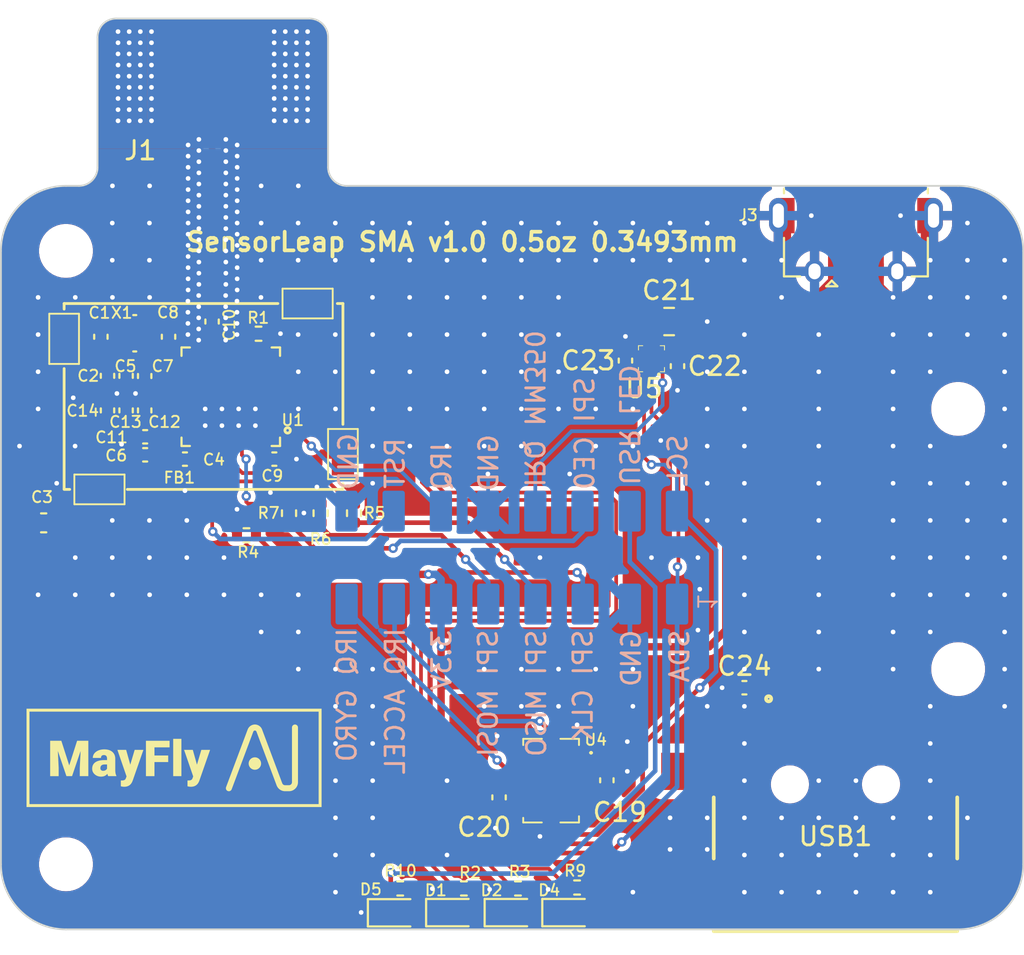
<source format=kicad_pcb>
(kicad_pcb (version 20221018) (generator pcbnew)
  (layers (0 "F.Cu" signal) (1 "In1.Cu" signal) (2 "In2.Cu" signal) (31 "B.Cu" signal) (34 "B.Paste" user) (35 "F.Paste" user) (36 "B.SilkS" user "B.Silkscreen") (37 "F.SilkS" user "F.Silkscreen") (38 "B.Mask" user) (39 "F.Mask" user) (44 "Edge.Cuts" user))
  (net 0 "")
  (net 1 "IRQ_GYRO")
  (net 2 "IRQ_ACCEL")
  (net 3 "SPI_MOSI")
  (net 4 "SPI_MISO")
  (net 5 "SPI_CE0")
  (net 6 "SPI_CLK")
  (net 7 "Net-(U5-CRST)")
  (net 8 "Net-(D5-A)")
  (net 9 "SCL")
  (net 10 "SDA")
  (net 11 "DW_XT0")
  (net 12 "Net-(U1-VDD2a)")
  (net 13 "DW_XT1")
  (net 14 "Net-(U1-VIO_D)")
  (net 15 "Net-(U1-RF1)")
  (net 16 "Net-(U1-VTX_D)")
  (net 17 "Net-(U1-RF2)")
  (net 18 "+5V")
  (net 19 "IRQ_DW")
  (net 20 "Net-(U1-SPICLK)")
  (net 21 "Net-(U1-SPIMISO)")
  (net 22 "Net-(U1-SPIMOSI)")
  (net 23 "Net-(U1-SPICSn)")
  (net 24 "Net-(U1-GPIO2{slash}RXLED)")
  (net 25 "Net-(U1-GPIO3{slash}TXLED)")
  (net 31 "GND")
  (net 32 "+3V3")
  (net 33 "RF1")
  (net 34 "Net-(D1-A)")
  (net 35 "Net-(D2-A)")
  (net 36 "RST_DW")
  (net 37 "D-")
  (net 38 "D+")
  (net 41 "Net-(U4-INT2)")
  (net 44 "Net-(D4-A)")
  (net 45 "Net-(J2-GPIO07(SPI_CE1))")
  (net 46 "IRQ_MM350")
  (footprint "Resistor_SMD:R_0402_1005Metric" (layer "F.Cu") (at 87.8175 77.8)
    (fp_text reference "R3")
    (fp_text value "1.5k")
  )
  (footprint "Resistor_SMD:R_0402_1005Metric" (layer "F.Cu") (at 77.2 57.61 -90)
    (fp_text reference "R6")
    (fp_text value "49.9R")
  )
  (footprint "Capacitor_SMD:C_0402_1005Metric" (layer "F.Cu") (at 67.76 53.5 180)
    (fp_text reference "C11")
    (fp_text value "0.22uF")
  )
  (footprint "LED_SMD:LED_0603_1608Metric" (layer "F.Cu") (at 81.2275 79.11)
    (fp_text reference "D5")
    (fp_text value "LED-G")
  )
  (footprint "MayFly-Library:MountingHole_2.5mm" (layer "F.Cu") (at 111.5 52)
    (fp_text reference "H2" hide)
    (fp_text value "MountingHole" hide)
  )
  (footprint "Capacitor_SMD:C_0402_1005Metric" (layer "F.Cu") (at 65.377499 48.1182 90)
    (fp_text reference "C1")
    (fp_text value "3.3pF")
  )
  (footprint "MayFly-Library:8Y38472012" (layer "F.Cu") (at 67.2 47.93 90)
    (fp_text reference "X1")
    (fp_text value "8Y38472012" hide)
  )
  (footprint "Capacitor_SMD:C_0805_2012Metric" (layer "F.Cu") (at 95.95 47.3)
    (fp_text reference "C21")
    (fp_text value "2.2uF")
  )
  (footprint "Capacitor_SMD:C_0402_1005Metric" (layer "F.Cu") (at 93.6 49.4 90)
    (fp_text reference "C23")
    (fp_text value "0.1uF")
  )
  (footprint "Inductor_SMD:L_0402_1005Metric" (layer "F.Cu") (at 67.8 55.5)
    (fp_text reference "FB1")
    (fp_text value "33R@100MHz")
  )
  (footprint "Capacitor_SMD:C_0402_1005Metric" (layer "F.Cu") (at 92.6 71.98 90)
    (fp_text reference "C19")
    (fp_text value "0.1uF")
  )
  (footprint "Capacitor_SMD:C_0603_1608Metric" (layer "F.Cu") (at 62.3 58.13 180)
    (fp_text reference "C3")
    (fp_text value "10uF" hide)
  )
  (footprint "Capacitor_SMD:C_0402_1005Metric" (layer "F.Cu") (at 86.8 72.9 -90)
    (fp_text reference "C20")
    (fp_text value "0.1uF")
  )
  (footprint "Capacitor_SMD:C_0402_1005Metric" (layer "F.Cu") (at 67.76 54.47 180)
    (fp_text reference "C6")
    (fp_text value "4.7nF")
  )
  (footprint "Capacitor_SMD:C_0402_1005Metric" (layer "F.Cu") (at 67.734 50.23 -90)
    (fp_text reference "C7")
    (fp_text value "4.7nF")
  )
  (footprint "Resistor_SMD:R_0402_1005Metric" (layer "F.Cu") (at 84.9075 77.8)
    (fp_text reference "R2")
    (fp_text value "1.5k")
  )
  (footprint "Resistor_SMD:R_0402_1005Metric" (layer "F.Cu") (at 73.86 47.954 180)
    (fp_text reference "R1")
    (fp_text value "49.9R")
  )
  (footprint "Capacitor_SMD:C_0402_1005Metric" (layer "F.Cu") (at 66.734 50.22 -90)
    (fp_text reference "C5")
    (fp_text value "0.1uF")
  )
  (footprint "Resistor_SMD:R_0402_1005Metric" (layer "F.Cu") (at 79 57.61 -90)
    (fp_text reference "R5")
    (fp_text value "49.9R" hide)
  )
  (footprint "MayFly-Library:MountingHole_2.5mm" (layer "F.Cu") (at 63.5 76.5)
    (fp_text reference "H4" hide)
    (fp_text value "MountingHole" hide)
  )
  (footprint "SamacSys_Parts:629104190121" (layer "F.Cu") (at 104.9 70.5)
    (fp_text reference "USB1")
    (fp_text value "USB_A" hide)
  )
  (footprint "Resistor_SMD:R_0402_1005Metric" (layer "F.Cu") (at 81.4825 77.8)
    (fp_text reference "R10")
    (fp_text value "1.5k")
  )
  (footprint "LED_SMD:LED_0603_1608Metric" (layer "F.Cu") (at 90.61 79.1)
    (fp_text reference "D4")
    (fp_text value "LED-G")
  )
  (footprint "Capacitor_SMD:C_0402_1005Metric" (layer "F.Cu") (at 71.36 47.3 -90)
    (fp_text reference "C10")
    (fp_text value "2.0pF")
  )
  (footprint "Resistor_SMD:R_0402_1005Metric" (layer "F.Cu") (at 73.21 58.8)
    (fp_text reference "R4")
    (fp_text value "49.9R" hide)
  )
  (footprint "Capacitor_SMD:C_0402_1005Metric" (layer "F.Cu") (at 100 67)
    (fp_text reference "C24")
    (fp_text value "0.1uF")
  )
  (footprint "Capacitor_SMD:C_0402_1005Metric" (layer "F.Cu") (at 65.734 50.22 -90)
    (fp_text reference "C2")
    (fp_text value "10uF" hide)
  )
  (footprint "Resistor_SMD:R_0402_1005Metric" (layer "F.Cu") (at 90.9975 77.75)
    (fp_text reference "R9")
    (fp_text value "1.5k")
  )
  (footprint "Capacitor_SMD:C_0402_1005Metric" (layer "F.Cu") (at 69.017499 48.1182 -90)
    (fp_text reference "C8")
    (fp_text value "3.3pF")
  )
  (footprint "Capacitor_SMD:C_0402_1005Metric" (layer "F.Cu") (at 65.734 52.08 90)
    (fp_text reference "C14")
    (fp_text value "10uF" hide)
  )
  (footprint "LED_SMD:LED_0603_1608Metric" (layer "F.Cu") (at 84.36 79.1)
    (fp_text reference "D1")
    (fp_text value "LED-G")
  )
  (footprint "Capacitor_SMD:C_0402_1005Metric" (layer "F.Cu") (at 74.71 54.7 180)
    (fp_text reference "C9")
    (fp_text value "0.1uF")
  )
  (footprint "LED_SMD:LED_0603_1608Metric" (layer "F.Cu") (at 87.51 79.1)
    (fp_text reference "D2")
    (fp_text value "LED-R")
  )
  (footprint "MayFly-Library:MountingHole_2.5mm" (layer "F.Cu") (at 63.5 43.5)
    (fp_text reference "H1" hide)
    (fp_text value "MountingHole" hide)
  )
  (footprint "MayFly-Library:QFN-40_5x5_Pitch0.4mm" (layer "F.Cu") (at 72.366 51.344 180)
    (fp_text reference "U1")
    (fp_text value "DW3220" hide)
  )
  (footprint "SamacSys_Parts:S091146R" (layer "F.Cu") (at 78.4 54.43 -90)
    (fp_text reference "MP3" hide)
    (fp_text value "S0911-46R" hide)
  )
  (footprint "SamacSys_Parts:S091146R" (layer "F.Cu") (at 63.4 48.23 90)
    (fp_text reference "MP2" hide)
    (fp_text value "S0911-46R" hide)
  )
  (footprint "MayFly-Library:RF-EdgeConnector" (layer "F.Cu") (at 71.35 41.2)
    (fp_text reference "J1")
    (fp_text value "RF EdgeConnector")
  )
  (footprint "MayFly-Library:BMM350" (layer "F.Cu") (at 95 49.3 90)
    (fp_text reference "U5")
    (fp_text value "BMM350")
  )
  (footprint "MayFly-Library:MountingHole_2.5mm" (layer "F.Cu") (at 111.5 66)
    (fp_text reference "H3" hide)
    (fp_text value "MountingHole" hide)
  )
  (footprint "SamacSys_Parts:S091146R" (layer "F.Cu") (at 65.3 56.33 180)
    (fp_text reference "MP4" hide)
    (fp_text value "S0911-46R" hide)
  )
  (footprint "Capacitor_SMD:C_0402_1005Metric" (layer "F.Cu") (at 69.9 54.7)
    (fp_text reference "C4")
    (fp_text value "0.1uF")
  )
  (footprint "Capacitor_SMD:C_0402_1005Metric" (layer "F.Cu") (at 67.734 52.08 90)
    (fp_text reference "C12")
    (fp_text value "4.7nF")
  )
  (footprint "MayFly-Library:USB_Micro-AB_Molex_47590-0001" (layer "F.Cu") (at 106 41.6 180)
    (fp_text reference "J3")
    (fp_text value "USB_B_Micro")
  )
  (footprint "Capacitor_SMD:C_0402_1005Metric" (layer "F.Cu") (at 66.734 52.08 90)
    (fp_text reference "C13")
    (fp_text value "0.1uF")
  )
  (footprint "SamacSys_Parts:S091146R" (layer "F.Cu") (at 76.5 46.33 180)
    (fp_text reference "MP1" hide)
    (fp_text value "S0911-46R" hide)
  )
  (footprint "Resistor_SMD:R_0402_1005Metric" (layer "F.Cu") (at 75.5 57.61 -90)
    (fp_text reference "R7")
    (fp_text value "49.9R" hide)
  )
  (footprint "SamacSys_Parts:BMI088" (layer "F.Cu") (at 89.6 72 -90)
    (fp_text reference "U4")
    (fp_text value "BMI088" hide)
  )
  (footprint "Capacitor_SMD:C_0402_1005Metric" (layer "F.Cu") (at 96.4 49.7 -90)
    (fp_text reference "C22")
    (fp_text value "0.1uF")
  )
  (footprint "MayFly-Library:PI_Connector08x2-254_SMD" (layer "B.Cu") (at 87.48 52.6 180)
    (fp_text reference "J2" hide)
    (fp_text value "PI_ConnectorMirror08x2-254_SMD")
  )
  (gr_circle (center 75.425 53.15429) (end 75.475 53.20429) (stroke (width 0.15)) (fill none) (layer "F.SilkS"))
  (gr_poly (pts (xy 70.677458 71.994305) (xy 70.652587 72.05463) (xy 70.644715 72.071526) (xy 70.636477 72.087887) (xy 70.627872 72.10371) (xy 70.618901 72.118998) (xy 70.609565 72.133749) (xy 70.599861 72.147964) (xy 70.589792 72.161642) (xy 70.579355 72.174784) (xy 70.568553 72.187389) (xy 70.557383 72.199458) (xy 70.545847 72.210991) (xy 70.533943 72.221987) (xy 70.521673 72.232447) (xy 70.509035 72.24237) (xy 70.49603 72.251757) (xy 70.482658 72.260608) (xy 70.468919 72.268922) (xy 70.454812 72.2767) (xy 70.440337 72.283941) (xy 70.425495 72.290646) (xy 70.410285 72.296815) (xy 70.394707 72.302447) (xy 70.378761 72.307543) (xy 70.362447 72.312102) (xy 70.345764 72.316125) (xy 70.328714 72.319612) (xy 70.311295 72.322562) (xy 70.293507 72.324976) (xy 70.275351 72.326853) (xy 70.256827 72.328194) (xy 70.218671 72.329267) (xy 70.196916 72.328869) (xy 70.174907 72.327671) (xy 70.152638 72.325667) (xy 70.130102 72.322851) (xy 70.107293 72.319216) (xy 70.084205 72.314757) (xy 70.060831 72.309466) (xy 70.037167 72.303338) (xy 70.037167 71.989543) (xy 70.094846 71.989543) (xy 70.11737 71.989121) (xy 70.128112 71.988594) (xy 70.13851 71.987856) (xy 70.148564 71.986907) (xy 70.158274 71.985747) (xy 70.167642 71.984377) (xy 70.176668 71.982796) (xy 70.185353 71.981003) (xy 70.193697 71.979) (xy 70.201702 71.976787) (xy 70.209369 71.974362) (xy 70.216697 71.971726) (xy 70.223688 71.96888) (xy 70.230343 71.965823) (xy 70.236662 71.962555) (xy 70.242708 71.95902) (xy 70.248545 71.955161) (xy 70.254175 71.950976) (xy 70.259598 71.946465) (xy 70.264817 71.941625) (xy 70.269832 71.936454) (xy 70.274646 71.930952) (xy 70.27926 71.925116) (xy 70.283676 71.918946) (xy 70.287894 71.912439) (xy 70.291918 71.905594) (xy 70.295747 71.89841) (xy 70.299384 71.890884) (xy 70.302831 71.883017) (xy 70.306088 71.874804) (xy 70.309158 71.866247) (xy 70.344612 71.772055) (xy 70.127319 71.140759) (xy 70.546225 71.140759) (xy 70.546754 71.141289) (xy 70.546421 71.140098) (xy 70.546225 71.140759) (xy 70.127319 71.140759) (xy 69.853016 70.343834) (xy 70.323445 70.343834) (xy 70.546421 71.140098) (xy 70.781704 70.343305) (xy 71.25372 70.343305)) (fill solid) (layer "F.SilkS"))
  (gr_poly (pts (xy 73.679043 68.979427) (xy 73.694964 68.980364) (xy 73.710766 68.981914) (xy 73.726434 68.984065) (xy 73.741953 68.986809) (xy 73.757309 68.990135) (xy 73.772486 68.994033) (xy 73.78747 68.998493) (xy 73.802247 69.003505) (xy 73.816801 69.009059) (xy 73.831118 69.015145) (xy 73.845182 69.021752) (xy 73.858981 69.028871) (xy 73.872498 69.036491) (xy 73.885718 69.044603) (xy 73.898628 69.053196) (xy 73.911213 69.062261) (xy 73.923457 69.071786) (xy 73.935346 69.081763) (xy 73.946865 69.092181) (xy 73.958 69.10303) (xy 73.968736 69.114299) (xy 73.979057 69.12598) (xy 73.98895 69.138061) (xy 73.9984 69.150533) (xy 74.007392 69.163386) (xy 74.01591 69.176609) (xy 74.023942 69.190192) (xy 74.03147 69.204126) (xy 74.038482 69.2184) (xy 74.044962 69.233005) (xy 74.050896 69.247929) (xy 75.13516 72.139825) (xy 75.140051 72.151385) (xy 75.145765 72.162429) (xy 75.152258 72.172927) (xy 75.159484 72.182845) (xy 75.167399 72.192152) (xy 75.175956 72.200817) (xy 75.185113 72.208807) (xy 75.194822 72.216091) (xy 75.205041 72.222637) (xy 75.215722 72.228414) (xy 75.226823 72.233389) (xy 75.238297 72.237531) (xy 75.250099 72.240807) (xy 75.262185 72.243187) (xy 75.27451 72.244638) (xy 75.287029 72.245129) (xy 75.496579 72.245129) (xy 75.504912 72.244918) (xy 75.513135 72.244293) (xy 75.521239 72.243263) (xy 75.529213 72.241839) (xy 75.537047 72.240031) (xy 75.544731 72.237849) (xy 75.552254 72.235304) (xy 75.559608 72.232404) (xy 75.56678 72.229162) (xy 75.573762 72.225586) (xy 75.580543 72.221687) (xy 75.587113 72.217475) (xy 75.593462 72.212961) (xy 75.599579 72.208154) (xy 75.605454 72.203064) (xy 75.611077 72.197703) (xy 75.616439 72.192079) (xy 75.621528 72.186204) (xy 75.626335 72.180087) (xy 75.63085 72.173738) (xy 75.635062 72.167169) (xy 75.638961 72.160388) (xy 75.642537 72.153406) (xy 75.645779 72.146233) (xy 75.648678 72.13888) (xy 75.651224 72.131356) (xy 75.653406 72.123672) (xy 75.655214 72.115838) (xy 75.656638 72.107864) (xy 75.657668 72.09976) (xy 75.658293 72.091537) (xy 75.658504 72.083204) (xy 75.658504 69.141567) (xy 75.658715 69.133235) (xy 75.65934 69.125011) (xy 75.66037 69.116908) (xy 75.661794 69.108934) (xy 75.663602 69.1011) (xy 75.665784 69.093416) (xy 75.66833 69.085892) (xy 75.671229 69.078539) (xy 75.674472 69.071366) (xy 75.678047 69.064384) (xy 75.681946 69.057603) (xy 75.686158 69.051033) (xy 75.690673 69.044685) (xy 75.69548 69.038568) (xy 75.700569 69.032692) (xy 75.705931 69.027069) (xy 75.711554 69.021707) (xy 75.71743 69.016618) (xy 75.723547 69.011811) (xy 75.729895 69.007296) (xy 75.736465 69.003085) (xy 75.743246 68.999186) (xy 75.750228 68.99561) (xy 75.7574 68.992367) (xy 75.764754 68.989468) (xy 75.772277 68.986922) (xy 75.779961 68.98474) (xy 75.787795 68.982932) (xy 75.795769 68.981508) (xy 75.803873 68.980478) (xy 75.812096 68.979853) (xy 75.820429 68.979642) (xy 75.828761 68.979853) (xy 75.836985 68.980478) (xy 75.845088 68.981508) (xy 75.853062 68.982932) (xy 75.860896 68.98474) (xy 75.86858 68.986922) (xy 75.876104 68.989468) (xy 75.883457 68.992367) (xy 75.89063 68.99561) (xy 75.897612 68.999186) (xy 75.904393 69.003085) (xy 75.910962 69.007296) (xy 75.917311 69.011811) (xy 75.923428 69.016618) (xy 75.929303 69.021707) (xy 75.934927 69.027069) (xy 75.940288 69.032692) (xy 75.945378 69.038568) (xy 75.950185 69.044685) (xy 75.954699 69.051033) (xy 75.958911 69.057603) (xy 75.96281 69.064384) (xy 75.966386 69.071366) (xy 75.969629 69.078539) (xy 75.972528 69.085892) (xy 75.975074 69.093416) (xy 75.977256 69.1011) (xy 75.979064 69.108934) (xy 75.980488 69.116908) (xy 75.981518 69.125011) (xy 75.982143 69.133235) (xy 75.982354 69.141567) (xy 75.982354 72.082675) (xy 75.98172 72.107626) (xy 75.97984 72.132255) (xy 75.976744 72.156531) (xy 75.972463 72.180424) (xy 75.967027 72.203901) (xy 75.960469 72.226933) (xy 75.952818 72.249489) (xy 75.944105 72.271537) (xy 75.934361 72.293048) (xy 75.923617 72.31399) (xy 75.911904 72.334332) (xy 75.899252 72.354044) (xy 75.885692 72.373095) (xy 75.871256 72.391453) (xy 75.855973 72.409089) (xy 75.839876 72.425971) (xy 75.822994 72.442069) (xy 75.805358 72.457352) (xy 75.786999 72.471788) (xy 75.767948 72.485348) (xy 75.748237 72.497999) (xy 75.727894 72.509713) (xy 75.706953 72.520457) (xy 75.685442 72.530201) (xy 75.663393 72.538914) (xy 75.640838 72.546565) (xy 75.617806 72.553123) (xy 75.594328 72.558559) (xy 75.570436 72.56284) (xy 75.54616 72.565936) (xy 75.521531 72.567816) (xy 75.496579 72.56845) (xy 75.287029 72.56845) (xy 75.268186 72.568079) (xy 75.249473 72.566977) (xy 75.230904 72.565155) (xy 75.212498 72.562625) (xy 75.194272 72.559398) (xy 75.176242 72.555488) (xy 75.158425 72.550905) (xy 75.140839 72.545662) (xy 75.1235 72.539772) (xy 75.106425 72.533245) (xy 75.089631 72.526094) (xy 75.073136 72.518332) (xy 75.056955 72.509969) (xy 75.041107 72.501019) (xy 75.025608 72.491492) (xy 75.010474 72.481402) (xy 74.995724 72.470759) (xy 74.981373 72.459577) (xy 74.967439 72.447867) (xy 74.953939 72.435641) (xy 74.94089 72.422911) (xy 74.928308 72.40969) (xy 74.916211 72.395988) (xy 74.904616 72.381819) (xy 74.893539 72.367194) (xy 74.882998 72.352125) (xy 74.873009 72.336625) (xy 74.86359 72.320705) (xy 74.854757 72.304377) (xy 74.846527 72.287653) (xy 74.838918 72.270545) (xy 74.831946 72.253066) (xy 73.747684 69.3617) (xy 73.744966 69.355285) (xy 73.741789 69.349149) (xy 73.738178 69.343311) (xy 73.734157 69.337788) (xy 73.729752 69.332601) (xy 73.724988 69.327767) (xy 73.719888 69.323306) (xy 73.714479 69.319235) (xy 73.708784 69.315573) (xy 73.702829 69.312339) (xy 73.696638 69.309551) (xy 73.690236 69.307229) (xy 73.683648 69.30539) (xy 73.676899 69.304054) (xy 73.670014 69.303239) (xy 73.663017 69.302963) (xy 73.659506 69.303032) (xy 73.65602 69.303239) (xy 73.652562 69.30358) (xy 73.649134 69.304054) (xy 73.645741 69.304658) (xy 73.642385 69.30539) (xy 73.63907 69.306248) (xy 73.635798 69.307229) (xy 73.632572 69.308331) (xy 73.629396 69.309551) (xy 73.626273 69.310888) (xy 73.623205 69.312339) (xy 73.620197 69.313901) (xy 73.61725 69.315573) (xy 73.614368 69.317351) (xy 73.611555 69.319235) (xy 73.608813 69.32122) (xy 73.606146 69.323306) (xy 73.603556 69.325489) (xy 73.601046 69.327767) (xy 73.59862 69.330139) (xy 73.596282 69.332601) (xy 73.594033 69.335152) (xy 73.591877 69.337788) (xy 73.589817 69.340509) (xy 73.587856 69.343311) (xy 73.585998 69.346191) (xy 73.584245 69.349149) (xy 73.582601 69.352181) (xy 73.581068 69.355285) (xy 73.57965 69.358459) (xy 73.57835 69.3617) (xy 72.415242 72.463675) (xy 72.410246 72.475584) (xy 72.404419 72.486887) (xy 72.39781 72.497562) (xy 72.39047 72.507587) (xy 72.382448 72.51694) (xy 72.373794 72.525597) (xy 72.364556 72.533536) (xy 72.354785 72.540735) (xy 72.34453 72.547171) (xy 72.333842 72.552822) (xy 72.322768 72.557665) (xy 72.31136 72.561678) (xy 72.299667 72.564839) (xy 72.287738 72.567124) (xy 72.275623 72.568511) (xy 72.263372 72.568979) (xy 72.259887 72.568936) (xy 72.256381 72.568806) (xy 72.252856 72.568592) (xy 72.249315 72.568293) (xy 72.245763 72.56791) (xy 72.242201 72.567444) (xy 72.238632 72.566896) (xy 72.235061 72.566267) (xy 72.231489 72.565557) (xy 72.227921 72.564767) (xy 72.224359 72.563899) (xy 72.220806 72.562952) (xy 72.217266 72.561927) (xy 72.213741 72.560826) (xy 72.210235 72.559648) (xy 72.20675 72.558396) (xy 72.199034 72.555288) (xy 72.191565 72.551828) (xy 72.18435 72.548028) (xy 72.177395 72.543903) (xy 72.170705 72.539464) (xy 72.164287 72.534726) (xy 72.158146 72.529702) (xy 72.152288 72.524405) (xy 72.146719 72.518848) (xy 72.141445 72.513045) (xy 72.136472 72.507009) (xy 72.131806 72.500753) (xy 72.127453 72.49429) (xy 72.123419 72.487634) (xy 72.119709 72.480798) (xy 72.116329 72.473795) (xy 72.113286 72.466639) (xy 72.110586 72.459343) (xy 72.108233 72.451919) (xy 72.106235 72.444382) (xy 72.104597 72.436745) (xy 72.103324 72.42902) (xy 72.102424 72.421222) (xy 72.101901 72.413363) (xy 72.101762 72.405457) (xy 72.102013 72.397516) (xy 72.102659 72.389555) (xy 72.103707 72.381587) (xy 72.105162 72.373624) (xy 72.10703 72.365681) (xy 72.109317 72.35777) (xy 72.11203 72.349904) (xy 73.275138 69.247929) (xy 73.287551 69.2184) (xy 73.302092 69.190192) (xy 73.318642 69.163386) (xy 73.337083 69.138061) (xy 73.357298 69.114299) (xy 73.379168 69.092181) (xy 73.402577 69.071786) (xy 73.427405 69.053196) (xy 73.453536 69.036491) (xy 73.480851 69.021752) (xy 73.509233 69.009059) (xy 73.538563 68.998493) (xy 73.568725 68.990135) (xy 73.599599 68.984065) (xy 73.631069 68.980364) (xy 73.663017 68.979113)) (fill solid) (layer "F.SilkS"))
  (gr_poly (pts (xy 69.074613 70.208896) (xy 68.260225 70.208896) (xy 68.260225 70.646517) (xy 69 70.646517) (xy 69 71) (xy 68.260225 71) (xy 68.260225 71.758296) (xy 67.801438 71.758296) (xy 67.801438 69.854884) (xy 69.074613 69.854884)) (fill solid) (layer "F.SilkS"))
  (gr_line (start 78.4 56.33) (end 78.4 56.03) (stroke (width 0.15)) (layer "F.SilkS"))
  (gr_poly (pts (xy 77.252353 73.420409) (xy 61.377354 73.420409) (xy 61.377354 73.261659) (xy 61.536104 73.261659) (xy 77.093604 73.261659) (xy 77.093604 68.287492) (xy 61.536104 68.287492) (xy 61.536104 73.261659) (xy 61.377354 73.261659) (xy 61.377354 68.128742) (xy 77.252353 68.128742)) (fill solid) (layer "F.SilkS"))
  (gr_poly (pts (xy 67.090766 71.994305) (xy 67.065895 72.05463) (xy 67.058023 72.071526) (xy 67.049785 72.087887) (xy 67.04118 72.10371) (xy 67.03221 72.118998) (xy 67.022873 72.133749) (xy 67.013169 72.147964) (xy 67.0031 72.161642) (xy 66.992664 72.174784) (xy 66.981861 72.187389) (xy 66.970691 72.199458) (xy 66.959155 72.210991) (xy 66.947251 72.221987) (xy 66.934981 72.232447) (xy 66.922343 72.24237) (xy 66.909339 72.251757) (xy 66.895967 72.260608) (xy 66.882227 72.268922) (xy 66.86812 72.2767) (xy 66.853646 72.283941) (xy 66.838803 72.290646) (xy 66.823593 72.296815) (xy 66.808015 72.302447) (xy 66.792069 72.307543) (xy 66.775755 72.312102) (xy 66.759073 72.316125) (xy 66.742022 72.319612) (xy 66.724603 72.322562) (xy 66.706816 72.324976) (xy 66.68866 72.326853) (xy 66.670135 72.328194) (xy 66.631979 72.329267) (xy 66.610224 72.328869) (xy 66.588215 72.327671) (xy 66.565946 72.325667) (xy 66.54341 72.322851) (xy 66.5206 72.319216) (xy 66.497512 72.314757) (xy 66.474139 72.309466) (xy 66.450474 72.303338) (xy 66.450474 71.989543) (xy 66.508153 71.989543) (xy 66.530677 71.989121) (xy 66.54142 71.988594) (xy 66.551818 71.987856) (xy 66.561872 71.986907) (xy 66.571582 71.985747) (xy 66.58095 71.984377) (xy 66.589976 71.982796) (xy 66.598661 71.981003) (xy 66.607005 71.979) (xy 66.61501 71.976787) (xy 66.622677 71.974362) (xy 66.630005 71.971726) (xy 66.636996 71.96888) (xy 66.643651 71.965823) (xy 66.64997 71.962555) (xy 66.656017 71.95902) (xy 66.661854 71.955161) (xy 66.667483 71.950976) (xy 66.672906 71.946465) (xy 66.678125 71.941625) (xy 66.68314 71.936454) (xy 66.687954 71.930952) (xy 66.692568 71.925116) (xy 66.696984 71.918946) (xy 66.701202 71.912439) (xy 66.705226 71.905594) (xy 66.709055 71.89841) (xy 66.712692 71.890884) (xy 66.716139 71.883017) (xy 66.719396 71.874804) (xy 66.722466 71.866247) (xy 66.75792 71.772055) (xy 66.540627 71.140759) (xy 66.959533 71.140759) (xy 66.960062 71.141289) (xy 66.959728 71.140098) (xy 66.959533 71.140759) (xy 66.540627 71.140759) (xy 66.266325 70.343834) (xy 66.736753 70.343834) (xy 66.959728 71.140098) (xy 67.195012 70.343305) (xy 67.667029 70.343305)) (fill solid) (layer "F.SilkS"))
  (gr_line (start 63.4 46.33) (end 63.4 46.63) (stroke (width 0.15)) (layer "F.SilkS"))
  (gr_poly (pts (xy 63.674996 71.178859) (xy 64.098329 69.854884) (xy 64.702108 69.854884) (xy 64.702108 71.757767) (xy 64.242263 71.757767) (xy 64.242263 71.313267) (xy 64.286713 70.40363) (xy 63.826867 71.757767) (xy 63.523654 71.757767) (xy 63.062221 70.402571) (xy 63.106671 71.313796) (xy 63.106671 71.758296) (xy 62.647883 71.758296) (xy 62.647883 69.854884) (xy 63.250075 69.854884)) (fill solid) (layer "F.SilkS"))
  (gr_line (start 78.4 56.33) (end 66.8 56.33) (stroke (width 0.15)) (layer "F.SilkS"))
  (gr_poly (pts (xy 69.709613 71.757767) (xy 69.267758 71.757767) (xy 69.267758 69.750109) (xy 69.709613 69.750109)) (fill solid) (layer "F.SilkS"))
  (gr_line (start 78.4 46.33) (end 78.1 46.33) (stroke (width 0.15)) (layer "F.SilkS"))
  (gr_line (start 63.4 56.3) (end 63.4 49.83) (stroke (width 0.15)) (layer "F.SilkS"))
  (gr_line (start 63.4 56.33) (end 63.7 56.33) (stroke (width 0.15)) (layer "F.SilkS"))
  (gr_line (start 63.4 46.33) (end 74.9 46.33) (stroke (width 0.15)) (layer "F.SilkS"))
  (gr_poly (pts (xy 73.679697 70.745377) (xy 73.696681 70.746669) (xy 73.713418 70.748795) (xy 73.729887 70.751737) (xy 73.746067 70.755471) (xy 73.761938 70.759978) (xy 73.777477 70.765235) (xy 73.792664 70.771223) (xy 73.807478 70.777921) (xy 73.821898 70.785306) (xy 73.835903 70.793359) (xy 73.849472 70.802058) (xy 73.862584 70.811382) (xy 73.875218 70.82131) (xy 73.887353 70.831822) (xy 73.898968 70.842895) (xy 73.910041 70.85451) (xy 73.920553 70.866645) (xy 73.930481 70.879279) (xy 73.939805 70.892391) (xy 73.948504 70.90596) (xy 73.956557 70.919965) (xy 73.963942 70.934385) (xy 73.97064 70.949199) (xy 73.976628 70.964386) (xy 73.981886 70.979925) (xy 73.986392 70.995795) (xy 73.990127 71.011975) (xy 73.993068 71.028444) (xy 73.995194 71.045182) (xy 73.996486 71.062166) (xy 73.996921 71.079375) (xy 73.996486 71.096585) (xy 73.995194 71.113569) (xy 73.993068 71.130306) (xy 73.990127 71.146775) (xy 73.986392 71.162956) (xy 73.981886 71.178826) (xy 73.976628 71.194365) (xy 73.97064 71.209552) (xy 73.963942 71.224366) (xy 73.956557 71.238786) (xy 73.948504 71.252791) (xy 73.939805 71.26636) (xy 73.930481 71.279472) (xy 73.920553 71.292106) (xy 73.910041 71.304241) (xy 73.898968 71.315855) (xy 73.887353 71.326929) (xy 73.875218 71.33744) (xy 73.862584 71.347369) (xy 73.849472 71.356693) (xy 73.835903 71.365392) (xy 73.821898 71.373444) (xy 73.807478 71.38083) (xy 73.792664 71.387527) (xy 73.777477 71.393515) (xy 73.761938 71.398773) (xy 73.746067 71.40328) (xy 73.729887 71.407014) (xy 73.713418 71.409955) (xy 73.696681 71.412082) (xy 73.679697 71.413373) (xy 73.662487 71.413809) (xy 73.645277 71.413373) (xy 73.628293 71.412082) (xy 73.611556 71.409955) (xy 73.595087 71.407014) (xy 73.578907 71.40328) (xy 73.563037 71.398773) (xy 73.547498 71.393515) (xy 73.532311 71.387527) (xy 73.517497 71.38083) (xy 73.503077 71.373444) (xy 73.489071 71.365392) (xy 73.475502 71.356693) (xy 73.46239 71.347369) (xy 73.449757 71.33744) (xy 73.437622 71.326929) (xy 73.426007 71.315855) (xy 73.414934 71.304241) (xy 73.404422 71.292106) (xy 73.394494 71.279472) (xy 73.38517 71.26636) (xy 73.376471 71.252791) (xy 73.368418 71.238786) (xy 73.361032 71.224366) (xy 73.354335 71.209552) (xy 73.348347 71.194365) (xy 73.343089 71.178826) (xy 73.338582 71.162956) (xy 73.334848 71.146775) (xy 73.331907 71.130306) (xy 73.32978 71.113569) (xy 73.328489 71.096585) (xy 73.328054 71.079375) (xy 73.328489 71.062166) (xy 73.32978 71.045182) (xy 73.331907 71.028444) (xy 73.334848 71.011975) (xy 73.338582 70.995795) (xy 73.343089 70.979925) (xy 73.348347 70.964386) (xy 73.354335 70.949199) (xy 73.361032 70.934385) (xy 73.368418 70.919965) (xy 73.376471 70.90596) (xy 73.38517 70.892391) (xy 73.394494 70.879279) (xy 73.404422 70.866645) (xy 73.414934 70.85451) (xy 73.426007 70.842895) (xy 73.437622 70.831822) (xy 73.449757 70.82131) (xy 73.46239 70.811382) (xy 73.475502 70.802058) (xy 73.489071 70.793359) (xy 73.503077 70.785306) (xy 73.517497 70.777921) (xy 73.532311 70.771223) (xy 73.547498 70.765235) (xy 73.563037 70.759978) (xy 73.578907 70.755471) (xy 73.595087 70.751737) (xy 73.611556 70.748795) (xy 73.628293 70.746669) (xy 73.645277 70.745377) (xy 73.662487 70.744942)) (fill solid) (layer "F.SilkS"))
  (gr_poly (pts (xy 65.59645 70.31789) (xy 65.628945 70.319434) (xy 65.660549 70.322008) (xy 65.691262 70.325611) (xy 65.721085 70.330243) (xy 65.750019 70.335905) (xy 65.778064 70.342596) (xy 65.805223 70.350316) (xy 65.831494 70.359066) (xy 65.856879 70.368845) (xy 65.88138 70.379654) (xy 65.904995 70.391492) (xy 65.927727 70.40436) (xy 65.949577 70.418256) (xy 65.970544 70.433183) (xy 65.990629 70.449138) (xy 66.009673 70.465993) (xy 66.027515 70.483617) (xy 66.044155 70.502009) (xy 66.059595 70.521171) (xy 66.073834 70.541102) (xy 66.086875 70.561801) (xy 66.098717 70.583269) (xy 66.109361 70.605507) (xy 66.118809 70.628513) (xy 66.12706 70.652288) (xy 66.134117 70.676833) (xy 66.139978 70.702146) (xy 66.144646 70.728228) (xy 66.148122 70.755079) (xy 66.150405 70.782699) (xy 66.151496 70.811088) (xy 66.151496 71.437092) (xy 66.15296 71.484295) (xy 66.154342 71.506833) (xy 66.156159 71.528663) (xy 66.15841 71.549782) (xy 66.161096 71.570191) (xy 66.164215 71.589888) (xy 66.167768 71.608873) (xy 66.171755 71.627145) (xy 66.176177 71.644702) (xy 66.181032 71.661545) (xy 66.186322 71.677673) (xy 66.192046 71.693084) (xy 66.198204 71.707779) (xy 66.204795 71.721755) (xy 66.211821 71.735013) (xy 66.211821 71.757238) (xy 65.771554 71.757238) (xy 65.769967 71.757767) (xy 65.767015 71.752248) (xy 65.764112 71.746407) (xy 65.761257 71.740243) (xy 65.758449 71.733756) (xy 65.755688 71.726947) (xy 65.752972 71.719816) (xy 65.750302 71.712362) (xy 65.747676 71.704586) (xy 65.742552 71.688066) (xy 65.737597 71.670256) (xy 65.732802 71.651157) (xy 65.728162 71.630767) (xy 65.712604 71.649315) (xy 65.696288 71.666661) (xy 65.679217 71.682805) (xy 65.661388 71.697748) (xy 65.642803 71.711491) (xy 65.623462 71.724036) (xy 65.603364 71.735382) (xy 65.582509 71.74553) (xy 65.560898 71.754482) (xy 65.538531 71.762237) (xy 65.515407 71.768797) (xy 65.491526 71.774163) (xy 65.466889 71.778335) (xy 65.441495 71.781314) (xy 65.415344 71.783101) (xy 65.388438 71.783696) (xy 65.36367 71.783225) (xy 65.339374 71.78181) (xy 65.315549 71.779451) (xy 65.292196 71.776147) (xy 65.269313 71.771898) (xy 65.246902 71.766702) (xy 65.224962 71.760559) (xy 65.203494 71.753468) (xy 65.182497 71.745428) (xy 65.161971 71.736438) (xy 65.141916 71.726498) (xy 65.122333 71.715607) (xy 65.103221 71.703765) (xy 65.08458 71.690969) (xy 65.066411 71.67722) (xy 65.048713 71.662517) (xy 65.031796 71.647188) (xy 65.015971 71.631364) (xy 65.001237 71.615048) (xy 64.987594 71.59824) (xy 64.975043 71.580942) (xy 64.963583 71.563156) (xy 64.953215 71.544883) (xy 64.943938 71.526124) (xy 64.935752 71.506882) (xy 64.928658 71.487158) (xy 64.922655 71.466954) (xy 64.917744 71.44627) (xy 64.913924 71.425109) (xy 64.911196 71.403471) (xy 64.909559 71.38136) (xy 64.909013 71.358775) (xy 64.909558 71.335492) (xy 65.350338 71.335492) (xy 65.350499 71.34294) (xy 65.350982 71.350203) (xy 65.351786 71.357281) (xy 65.352909 71.364175) (xy 65.354353 71.370886) (xy 65.356114 71.377415) (xy 65.358194 71.383763) (xy 65.360591 71.38993) (xy 65.363303 71.395918) (xy 65.366332 71.401726) (xy 65.369675 71.407356) (xy 65.373332 71.412809) (xy 65.377302 71.418084) (xy 65.381584 71.423184) (xy 65.386179 71.428109) (xy 65.391083 71.432859) (xy 65.39623 71.437374) (xy 65.401551 71.441592) (xy 65.407045 71.445513) (xy 65.412713 71.449139) (xy 65.418555 71.452471) (xy 65.42457 71.455509) (xy 65.430759 71.458254) (xy 65.437121 71.460707) (xy 65.443657 71.462868) (xy 65.450367 71.464739) (xy 65.45725 71.466319) (xy 65.464307 71.467611) (xy 65.471538 71.468614) (xy 65.478942 71.469329) (xy 65.48652 71.469758) (xy 65.494271 71.469901) (xy 65.494271 71.47043) (xy 65.504478 71.470293) (xy 65.514462 71.469883) (xy 65.524223 71.469198) (xy 65.53376 71.468239) (xy 65.543074 71.467003) (xy 65.552165 71.465491) (xy 65.561033 71.463701) (xy 65.569677 71.461632) (xy 65.578099 71.459285) (xy 65.586296 71.456658) (xy 65.594271 71.45375) (xy 65.602023 71.450561) (xy 65.609551 71.44709) (xy 65.616856 71.443336) (xy 65.623937 71.439298) (xy 65.630796 71.434976) (xy 65.637425 71.430567) (xy 65.643818 71.426073) (xy 65.649976 71.421495) (xy 65.655898 71.416835) (xy 65.661585 71.412095) (xy 65.667036 71.407275) (xy 65.672251 71.402378) (xy 65.67723 71.397405) (xy 65.681974 71.392357) (xy 65.686483 71.387237) (xy 65.690755 71.382045) (xy 65.694792 71.376784) (xy 65.698594 71.371454) (xy 65.702159 71.366058) (xy 65.705489 71.360597) (xy 65.708584 71.355072) (xy 65.708584 71.129117) (xy 65.580526 71.129117) (xy 65.552651 71.129923) (xy 65.526575 71.132342) (xy 65.514212 71.134156) (xy 65.502298 71.136373) (xy 65.490833 71.138993) (xy 65.479818 71.142016) (xy 65.469253 71.145442) (xy 65.459138 71.149271) (xy 65.449471 71.153503) (xy 65.440255 71.158139) (xy 65.431488 71.163177) (xy 65.423171 71.168619) (xy 65.415303 71.174463) (xy 65.407885 71.180711) (xy 65.400916 71.187362) (xy 65.394397 71.194416) (xy 65.388328 71.201873) (xy 65.382708 71.209733) (xy 65.377538 71.217996) (xy 65.372817 71.226662) (xy 65.368546 71.235731) (xy 65.364725 71.245203) (xy 65.361353 71.255079) (xy 65.35843 71.265357) (xy 65.355958 71.276039) (xy 65.353935 71.287123) (xy 65.352361 71.298611) (xy 65.351237 71.310502) (xy 65.350563 71.322796) (xy 65.350338 71.335492) (xy 64.909558 71.335492) (xy 64.909676 71.330442) (xy 64.911667 71.30299) (xy 64.914985 71.276418) (xy 64.919629 71.250726) (xy 64.925601 71.225915) (xy 64.9329 71.201985) (xy 64.941526 71.178935) (xy 64.951479 71.156766) (xy 64.962758 71.135478) (xy 64.975365 71.11507) (xy 64.989299 71.095542) (xy 65.004561 71.076895) (xy 65.021149 71.059129) (xy 65.039064 71.042243) (xy 65.058306 71.026238) (xy 65.078875 71.011113) (xy 65.10071 70.996888) (xy 65.123748 70.98358) (xy 65.147991 70.97119) (xy 65.173439 70.959718) (xy 65.200093 70.949163) (xy 65.227955 70.939527) (xy 65.257023 70.930808) (xy 65.287301 70.923007) (xy 65.318787 70.916123) (xy 65.351484 70.910158) (xy 65.385391 70.90511) (xy 65.42051 70.90098) (xy 65.456842 70.897768) (xy 65.494386 70.895474) (xy 65.533144 70.894097) (xy 65.573117 70.893638) (xy 65.709113 70.893638) (xy 65.709113 70.819026) (xy 65.708455 70.795287) (xy 65.706483 70.773086) (xy 65.703193 70.752421) (xy 65.701055 70.742665) (xy 65.698587 70.733292) (xy 65.69579 70.724303) (xy 65.692664 70.715698) (xy 65.689207 70.707476) (xy 65.685421 70.699637) (xy 65.681305 70.692182) (xy 65.67686 70.68511) (xy 65.672084 70.678421) (xy 65.666978 70.672116) (xy 65.661542 70.666193) (xy 65.655775 70.660653) (xy 65.649679 70.655495) (xy 65.643251 70.65072) (xy 65.636493 70.646328) (xy 65.629405 70.642319) (xy 65.621985 70.638691) (xy 65.614235 70.635446) (xy 65.606154 70.632583) (xy 65.597741 70.630102) (xy 65.588998 70.628003) (xy 65.579923 70.626286) (xy 65.570517 70.62495) (xy 65.560779 70.623997) (xy 65.55071 70.623424) (xy 65.540309 70.623234) (xy 65.530641 70.623386) (xy 65.521283 70.623841) (xy 65.512235 70.624601) (xy 65.503496 70.625664) (xy 65.495067 70.62703) (xy 65.486947 70.6287) (xy 65.479135 70.630673) (xy 65.471633 70.632949) (xy 65.464439 70.635528) (xy 65.457553 70.63841) (xy 65.450975 70.641596) (xy 65.444705 70.645084) (xy 65.438743 70.648874) (xy 65.433089 70.652967) (xy 65.427741 70.657363) (xy 65.422701 70.662061) (xy 65.417968 70.667062) (xy 65.413542 70.672364) (xy 65.409422 70.677969) (xy 65.405609 70.683876) (xy 65.402102 70.690085) (xy 65.3989 70.696595) (xy 65.396005 70.703408) (xy 65.393415 70.710521) (xy 65.391131 70.717937) (xy 65.389152 70.725654) (xy 65.387478 70.733672) (xy 65.386108 70.741991) (xy 65.385044 70.750612) (xy 65.384283 70.759534) (xy 65.383827 70.768756) (xy 65.383675 70.77828) (xy 64.943409 70.77828) (xy 64.944091 70.752979) (xy 64.946137 70.728274) (xy 64.949548 70.704167) (xy 64.954323 70.680657) (xy 64.960462 70.657745) (xy 64.967965 70.635433) (xy 64.976833 70.61372) (xy 64.987065 70.592608) (xy 64.998661 70.572098) (xy 65.011622 70.55219) (xy 65.025946 70.532885) (xy 65.041635 70.514184) (xy 65.058689 70.496088) (xy 65.077106 70.478597) (xy 65.096888 70.461712) (xy 65.118034 70.445434) (xy 65.140234 70.429956) (xy 65.163179 70.415471) (xy 65.18687 70.401979) (xy 65.211308 70.389483) (xy 65.236492 70.377981) (xy 65.262425 70.367476) (xy 65.289106 70.357967) (xy 65.316537 70.349456) (xy 65.344719 70.341944) (xy 65.373651 70.33543) (xy 65.403336 70.329917) (xy 65.433772 70.325404) (xy 65.464963 70.321893) (xy 65.496908 70.319384) (xy 65.529607 70.317878) (xy 65.563063 70.317376)) (fill solid) (layer "F.SilkS"))
  (gr_line (start 78.4 52.83) (end 78.4 46.33) (stroke (width 0.15)) (layer "F.SilkS"))
  (gr_arc (start 60 43.5) (mid 61.025126 41.025127) (end 63.5 40) (stroke (width 0.1)) (layer "Edge.Cuts"))
  (gr_line (start 64.2 40) (end 63.5 40) (stroke (width 0.1)) (layer "Edge.Cuts"))
  (gr_arc (start 63.5 80) (mid 61.025127 78.974874) (end 60 76.5) (stroke (width 0.1)) (layer "Edge.Cuts"))
  (gr_line (start 115 43.5) (end 115 76.5) (stroke (width 0.1)) (layer "Edge.Cuts"))
  (gr_arc (start 115 76.5) (mid 113.974874 78.974873) (end 111.5 80) (stroke (width 0.1)) (layer "Edge.Cuts"))
  (gr_line (start 111.5 40) (end 78.6 40) (stroke (width 0.1)) (layer "Edge.Cuts"))
  (gr_arc (start 65.2 32) (mid 65.492893 31.292894) (end 66.2 31) (stroke (width 0.1)) (layer "Edge.Cuts"))
  (gr_line (start 77.6 32) (end 77.6 39) (stroke (width 0.1)) (layer "Edge.Cuts"))
  (gr_line (start 65.2 39) (end 65.2 32) (stroke (width 0.1)) (layer "Edge.Cuts"))
  (gr_line (start 111.5 80) (end 63.5 80) (stroke (width 0.1)) (layer "Edge.Cuts"))
  (gr_arc (start 76.6 31) (mid 77.307106 31.292893) (end 77.6 32) (stroke (width 0.1)) (layer "Edge.Cuts"))
  (gr_arc (start 111.5 40) (mid 113.974873 41.025126) (end 115 43.5) (stroke (width 0.1)) (layer "Edge.Cuts"))
  (gr_line (start 66.2 31) (end 76.6 31) (stroke (width 0.1)) (layer "Edge.Cuts"))
  (gr_line (start 60 43.5) (end 60 76.5) (stroke (width 0.1)) (layer "Edge.Cuts"))
  (gr_arc (start 65.2 39) (mid 64.907107 39.707106) (end 64.2 40) (stroke (width 0.1)) (layer "Edge.Cuts"))
  (gr_arc (start 78.6 40) (mid 77.892893 39.707107) (end 77.6 39) (stroke (width 0.1)) (layer "Edge.Cuts"))
  (gr_text "RST" (at 81.79 53.47 90) (layer "B.SilkS") (effects (font (size 1 1)) (justify left bottom mirror)))
  (gr_text "GND" (at 94.498 63.796 90) (layer "B.SilkS") (effects (font (size 1 1)) (justify left bottom mirror)))
  (gr_text "3.3V" (at 84.298 63.796 90) (layer "B.SilkS") (effects (font (size 1 1)) (justify left bottom mirror)))
  (gr_text "IRQ" (at 84.3 53.73 90) (layer "B.SilkS") (effects (font (size 1 1)) (justify left bottom mirror)))
  (gr_text "GND" (at 79.28 53.21 90) (layer "B.SilkS") (effects (font (size 1 1)) (justify left bottom mirror)))
  (gr_text "IRQ ACCEL" (at 81.798 63.696 90) (layer "B.SilkS") (effects (font (size 1 1)) (justify left bottom mirror)))
  (gr_text "IRQ GYRO" (at 79.198 63.696 90) (layer "B.SilkS") (effects (font (size 1 1)) (justify left bottom mirror)))
  (gr_text "GND" (at 86.825 53.275 90) (layer "B.SilkS") (effects (font (size 1 1)) (justify left bottom mirror)))
  (gr_text "SCL" (at 96.998 53.296 90) (layer "B.SilkS") (effects (font (size 1 1)) (justify left bottom mirror)))
  (gr_text "SDA" (at 97.098 63.796 90) (layer "B.SilkS") (effects (font (size 1 1)) (justify left bottom mirror)))
  (gr_text "IRQ MM350" (at 88.1 56.3 270) (layer "B.SilkS") (effects (font (size 1 1)) (justify left bottom mirror)))
  (gr_text "USR LED" (at 93.2 56.2 270) (layer "B.SilkS") (effects (font (size 1 1)) (justify left bottom mirror)))
  (gr_text "SPI MISO" (at 89.398 63.796 90) (layer "B.SilkS") (effects (font (size 1 1)) (justify left bottom mirror)))
  (gr_text "SPI MOSI" (at 86.798 63.796 90) (layer "B.SilkS") (effects (font (size 1 1)) (justify left bottom mirror)))
  (gr_text "SPI CE0" (at 91.998 50.196 90) (layer "B.SilkS") (effects (font (size 1 1)) (justify left bottom mirror)))
  (gr_text "SPI CLK" (at 91.898 63.796 90) (layer "B.SilkS") (effects (font (size 1 1)) (justify left bottom mirror)))
  (gr_text "SensorLeap SMA v1.0 0.5oz 0.3493mm" (at 69.85 43.6) (layer "F.SilkS") (effects (font (size 1 1) (thickness 0.2) bold) (justify left bottom)))
  (segment (start 87.798 71.996) (end 86.698 70.896) (width 0.25) (layer "F.Cu") (net 1))
  (segment (start 88.398 71.996) (end 87.798 71.996) (width 0.25) (layer "F.Cu") (net 1))
  (via (at 86.698 70.896) (size 0.5) (drill 0.25) (layers "F.Cu" "B.Cu") (net 1))
  (segment (start 78.6 62.8) (end 86.696 70.896) (width 0.25) (layer "B.Cu") (net 1))
  (segment (start 78.6 62.5) (end 78.6 62.8) (width 0.25) (layer "B.Cu") (net 1))
  (segment (start 86.696 70.896) (end 86.698 70.896) (width 0.25) (layer "B.Cu") (net 1))
  (segment (start 89.6 70.085) (end 89.6 69.402) (width 0.25) (layer "F.Cu") (net 2))
  (segment (start 89.6 69.402) (end 88.998 68.8) (width 0.25) (layer "F.Cu") (net 2))
  (via (at 88.998 68.8) (size 0.5) (drill 0.25) (layers "F.Cu" "B.Cu") (net 2))
  (segment (start 88.998 68.8) (end 85.847405 68.8) (width 0.25) (layer "B.Cu") (net 2))
  (segment (start 81.178 64.130595) (end 81.178 62.496) (width 0.25) (layer "B.Cu") (net 2))
  (segment (start 85.847405 68.8) (end 81.178 64.130595) (width 0.25) (layer "B.Cu") (net 2))
  (segment (start 77.2 58.32) (end 77.68 58.8) (width 0.25) (layer "F.Cu") (net 3))
  (segment (start 83.7 58.8) (end 77.68 58.8) (width 0.25) (layer "F.Cu") (net 3))
  (segment (start 77.2 58.12) (end 77.2 58.32) (width 0.25) (layer "F.Cu") (net 3))
  (segment (start 85 60.1) (end 83.7 58.8) (width 0.25) (layer "F.Cu") (net 3))
  (via (at 85 60.1) (size 0.5) (drill 0.25) (layers "F.Cu" "B.Cu") (net 3))
  (segment (start 85 60.1) (end 86.22 61.32) (width 0.25) (layer "B.Cu") (net 3))
  (segment (start 86.22 61.32) (end 86.22 62.5) (width 0.25) (layer "B.Cu") (net 3))
  (segment (start 87.1 60.1) (end 85.12 58.12) (width 0.25) (layer "F.Cu") (net 4))
  (segment (start 85.12 58.12) (end 79 58.12) (width 0.25) (layer "F.Cu") (net 4))
  (via (at 87.1 60.1) (size 0.5) (drill 0.25) (layers "F.Cu" "B.Cu") (net 4))
  (segment (start 87.1 60.1) (end 88.76 61.76) (width 0.25) (layer "B.Cu") (net 4))
  (segment (start 88.76 61.76) (end 88.76 62.5) (width 0.25) (layer "B.Cu") (net 4))
  (segment (start 81.1 59.5) (end 76.88 59.5) (width 0.25) (layer "F.Cu") (net 5))
  (segment (start 76.88 59.5) (end 75.5 58.12) (width 0.25) (layer "F.Cu") (net 5))
  (via (at 81.1 59.5) (size 0.5) (drill 0.25) (layers "F.Cu" "B.Cu") (net 5))
  (segment (start 91.29 58.6) (end 91.29 57.5) (width 0.25) (layer "B.Cu") (net 5))
  (segment (start 81.5 59.1) (end 90.79 59.1) (width 0.25) (layer "B.Cu") (net 5))
  (segment (start 81.1 59.5) (end 81.5 59.1) (width 0.25) (layer "B.Cu") (net 5))
  (segment (start 90.79 59.1) (end 91.29 58.6) (width 0.25) (layer "B.Cu") (net 5))
  (segment (start 75.12 60.2) (end 73.72 58.8) (width 0.25) (layer "F.Cu") (net 6))
  (segment (start 91 60.8) (end 84.5 60.8) (width 0.25) (layer "F.Cu") (net 6))
  (segment (start 84.5 60.8) (end 83.9 60.2) (width 0.25) (layer "F.Cu") (net 6))
  (segment (start 83.9 60.2) (end 75.12 60.2) (width 0.25) (layer "F.Cu") (net 6))
  (via (at 91 60.8) (size 0.5) (drill 0.25) (layers "F.Cu" "B.Cu") (net 6))
  (segment (start 91.3 61.1) (end 91 60.8) (width 0.25) (layer "B.Cu") (net 6))
  (segment (start 91.3 62.5) (end 91.3 61.1) (width 0.25) (layer "B.Cu") (net 6))
  (segment (start 95 48.9) (end 95 47.3) (width 0.25) (layer "F.Cu") (net 7))
  (segment (start 82.01 79.16) (end 82.01 77.8175) (width 0.25) (layer "F.Cu") (net 8))
  (segment (start 82.01 77.8175) (end 81.9925 77.8) (width 0.25) (layer "F.Cu") (net 8))
  (segment (start 94.525 70.075) (end 97.6 67) (width 0.25) (layer "F.Cu") (net 9))
  (segment (start 89.6 74.3) (end 89.6 73.915) (width 0.25) (layer "F.Cu") (net 9))
  (segment (start 94.6 49.7) (end 94.6 54.6) (width 0.2) (layer "F.Cu") (net 9))
  (segment (start 94.6 54.6) (end 95 55) (width 0.2) (layer "F.Cu") (net 9))
  (segment (start 90.2 74.9) (end 89.6 74.3) (width 0.25) (layer "F.Cu") (net 9))
  (segment (start 94.525 72.469) (end 94.525 70.075) (width 0.25) (layer "F.Cu") (net 9))
  (segment (start 92.098 74.896) (end 90.204 74.896) (width 0.25) (layer "F.Cu") (net 9))
  (segment (start 90.204 74.896) (end 90.2 74.9) (width 0.25) (layer "F.Cu") (net 9))
  (segment (start 94.525 72.469) (end 92.098 74.896) (width 0.25) (layer "F.Cu") (net 9))
  (via (at 97.6 67) (size 0.5) (drill 0.25) (layers "F.Cu" "B.Cu") (net 9))
  (via (at 95 55) (size 0.5) (drill 0.25) (layers "F.Cu" "B.Cu") (net 9))
  (segment (start 95.7 55) (end 95 55) (width 0.2) (layer "B.Cu") (net 9))
  (segment (start 96.37 55.67) (end 96.37 57.5) (width 0.2) (layer "B.Cu") (net 9))
  (segment (start 96.37 57.5) (end 98.475 59.605) (width 0.25) (layer "B.Cu") (net 9))
  (segment (start 95.7 55) (end 96.37 55.67) (width 0.2) (layer "B.Cu") (net 9))
  (segment (start 98.475 66.125) (end 97.6 67) (width 0.25) (layer "B.Cu") (net 9))
  (segment (start 98.475 59.605) (end 98.475 66.125) (width 0.25) (layer "B.Cu") (net 9))
  (segment (start 96.45 60.45) (end 96.45 53.65) (width 0.2) (layer "F.Cu") (net 10))
  (segment (start 87.998 75.896) (end 92.804 75.896) (width 0.25) (layer "F.Cu") (net 10))
  (segment (start 87.498 74.102) (end 88.1 73.5) (width 0.25) (layer "F.Cu") (net 10))
  (segment (start 87.498 75.396) (end 87.498 74.102) (width 0.25) (layer "F.Cu") (net 10))
  (segment (start 95 52.2) (end 95 49.7) (width 0.2) (layer "F.Cu") (net 10))
  (segment (start 96.4 60.5) (end 96.45 60.45) (width 0.2) (layer "F.Cu") (net 10))
  (segment (start 88.1 73.5) (end 88.435 73.5) (width 0.25) (layer "F.Cu") (net 10))
  (segment (start 96.45 53.65) (end 95 52.2) (width 0.2) (layer "F.Cu") (net 10))
  (segment (start 92.804 75.896) (end 93.4 75.3) (width 0.25) (layer "F.Cu") (net 10))
  (segment (start 87.998 75.896) (end 87.498 75.396) (width 0.25) (layer "F.Cu") (net 10))
  (via (at 96.4 60.5) (size 0.5) (drill 0.25) (layers "F.Cu" "B.Cu") (net 10))
  (via (at 93.4 75.3) (size 0.5) (drill 0.25) (layers "F.Cu" "B.Cu") (net 10))
  (segment (start 96.4 62.48) (end 96.38 62.5) (width 0.2) (layer "B.Cu") (net 10))
  (segment (start 96.4 60.5) (end 96.4 62.48) (width 0.2) (layer "B.Cu") (net 10))
  (segment (start 93.4 75.3) (end 96.38 72.32) (width 0.25) (layer "B.Cu") (net 10))
  (segment (start 96.38 72.32) (end 96.38 62.5) (width 0.25) (layer "B.Cu") (net 10))
  (segment (start 67.3 49.13) (end 66.562501 48.392501) (width 0.2) (layer "F.Cu") (net 11))
  (segment (start 66.562501 48.392501) (end 66.562501 48.3618) (width 0.2) (layer "F.Cu") (net 11))
  (segment (start 65.613899 48.3618) (end 65.377499 48.5982) (width 0.2) (layer "F.Cu") (net 11))
  (segment (start 66.562501 48.3618) (end 65.613899 48.3618) (width 0.2) (layer "F.Cu") (net 11))
  (segment (start 68.5 49.13) (end 67.3 49.13) (width 0.2) (layer "F.Cu") (net 11))
  (segment (start 69.314 49.944) (end 70.066 49.944) (width 0.2) (layer "F.Cu") (net 11))
  (segment (start 69.314 49.944) (end 68.5 49.13) (width 0.2) (layer "F.Cu") (net 11))
  (segment (start 68.81 53.12) (end 68.81 53.95) (width 0.2) (layer "F.Cu") (net 12))
  (segment (start 70.066 52.344) (end 69.586 52.344) (width 0.2) (layer "F.Cu") (net 12))
  (segment (start 68.24 54.47) (end 68.24 55.335) (width 0.25) (layer "F.Cu") (net 12))
  (segment (start 68.24 55.335) (end 68.175 55.4) (width 0.25) (layer "F.Cu") (net 12))
  (segment (start 69.586 52.344) (end 68.81 53.12) (width 0.2) (layer "F.Cu") (net 12))
  (segment (start 68.24 54.52) (end 68.81 53.95) (width 0.2) (layer "F.Cu") (net 12))
  (segment (start 67.837499 47.4982) (end 68.877499 47.4982) (width 0.2) (layer "F.Cu") (net 13))
  (segment (start 70.066 49.544) (end 70.066 48.686701) (width 0.2) (layer "F.Cu") (net 13))
  (segment (start 68.877499 47.4982) (end 69.017499 47.6382) (width 0.2) (layer "F.Cu") (net 13))
  (segment (start 70.066 48.686701) (end 69.017499 47.6382) (width 0.2) (layer "F.Cu") (net 13))
  (segment (start 73.366 53.836) (end 74.23 54.7) (width 0.2) (layer "F.Cu") (net 14))
  (segment (start 73.366 53.644) (end 73.366 53.836) (width 0.2) (layer "F.Cu") (net 14))
  (segment (start 71.36 47.78) (end 71.36 48.658) (width 0.3493) (layer "F.Cu") (net 15))
  (segment (start 71.36 48.658) (end 71.366 48.664) (width 0.3493) (layer "F.Cu") (net 15))
  (segment (start 71.366 49.044) (end 71.366 48.664) (width 0.2) (layer "F.Cu") (net 15))
  (segment (start 68.24 52.97) (end 69.266 51.944) (width 0.2) (layer "F.Cu") (net 16))
  (segment (start 69.266 51.944) (end 70.066 51.944) (width 0.2) (layer "F.Cu") (net 16))
  (segment (start 68.24 53.5) (end 68.24 52.97) (width 0.2) (layer "F.Cu") (net 16))
  (segment (start 73.366 48.024) (end 73.296 47.954) (width 0.2) (layer "F.Cu") (net 17))
  (segment (start 73.366 49.044) (end 73.366 48.024) (width 0.2) (layer "F.Cu") (net 17))
  (segment (start 101.9 48.335696) (end 103.4 46.835696) (width 1.24) (layer "F.Cu") (net 18))
  (segment (start 104.7 45.1) (end 103.3 46.5) (width 0.4) (layer "F.Cu") (net 18))
  (segment (start 104.7 46) (end 103.4 47.3) (width 0.4) (layer "F.Cu") (net 18))
  (segment (start 104.7 44.275) (end 104.7 45.1) (width 0.4) (layer "F.Cu") (net 18))
  (segment (start 101.4 69.4) (end 101.4 67.4) (width 1.24) (layer "F.Cu") (net 18))
  (segment (start 104.7 45.1) (end 104.7 45.535696) (width 0.4) (layer "F.Cu") (net 18))
  (segment (start 104.7 45.1) (end 104.7 46) (width 0.4) (layer "F.Cu") (net 18))
  (segment (start 104.7 45.535696) (end 103.4 46.835696) (width 0.4) (layer "F.Cu") (net 18))
  (segment (start 101 67) (end 101.4 67.4) (width 0.4) (layer "F.Cu") (net 18))
  (segment (start 101.9 66.9) (end 101.9 48.335696) (width 1.24) (layer "F.Cu") (net 18))
  (segment (start 100.48 67) (end 101 67) (width 0.4) (layer "F.Cu") (net 18))
  (segment (start 101.4 67.4) (end 101.9 66.9) (width 1.24) (layer "F.Cu") (net 18))
  (segment (start 75.844 53.144) (end 74.666 53.144) (width 0.2) (layer "F.Cu") (net 19))
  (segment (start 76.7 54) (end 75.844 53.144) (width 0.2) (layer "F.Cu") (net 19))
  (via (at 76.7 54) (size 0.5) (drill 0.25) (layers "F.Cu" "B.Cu") (net 19))
  (segment (start 81.47 55.3) (end 83.67 57.5) (width 0.2) (layer "B.Cu") (net 19))
  (segment (start 76.7 54) (end 78 55.3) (width 0.2) (layer "B.Cu") (net 19))
  (segment (start 78 55.3) (end 81.47 55.3) (width 0.2) (layer "B.Cu") (net 19))
  (segment (start 71.766 57.866) (end 72.7 58.8) (width 0.2) (layer "F.Cu") (net 20))
  (segment (start 71.766 53.644) (end 71.766 57.866) (width 0.2) (layer "F.Cu") (net 20))
  (segment (start 77.15 55.45) (end 78.8 57.1) (width 0.2) (layer "F.Cu") (net 21))
  (segment (start 72.992 55.45) (end 77.15 55.45) (width 0.2) (layer "F.Cu") (net 21))
  (segment (start 72.566 53.644) (end 72.566 55.024) (width 0.2) (layer "F.Cu") (net 21))
  (segment (start 72.566 55.024) (end 72.992 55.45) (width 0.2) (layer "F.Cu") (net 21))
  (segment (start 78.8 57.1) (end 79 57.1) (width 0.2) (layer "F.Cu") (net 21))
  (segment (start 75.8 55.9) (end 77 57.1) (width 0.2) (layer "F.Cu") (net 22))
  (segment (start 77 57.1) (end 77.2 57.1) (width 0.2) (layer "F.Cu") (net 22))
  (segment (start 72.166 55.284) (end 72.782 55.9) (width 0.2) (layer "F.Cu") (net 22))
  (segment (start 72.166 53.644) (end 72.166 55.284) (width 0.2) (layer "F.Cu") (net 22))
  (segment (start 72.782 55.9) (end 75.8 55.9) (width 0.2) (layer "F.Cu") (net 22))
  (segment (start 72.966 54.476) (end 73.19 54.7) (width 0.2) (layer "F.Cu") (net 23))
  (segment (start 73.2 57) (end 73.3 57.1) (width 0.2) (layer "F.Cu") (net 23))
  (segment (start 73.2 57) (end 73.2 56.7) (width 0.2) (layer "F.Cu") (net 23))
  (segment (start 72.966 53.644) (end 72.966 54.476) (width 0.2) (layer "F.Cu") (net 23))
  (segment (start 73.3 57.1) (end 75.5 57.1) (width 0.2) (layer "F.Cu") (net 23))
  (via (at 73.19 54.7) (size 0.5) (drill 0.25) (layers "F.Cu" "B.Cu") (net 23))
  (via (at 73.2 56.7) (size 0.5) (drill 0.25) (layers "F.Cu" "B.Cu") (net 23))
  (segment (start 73.19 54.7) (end 73.19 56.69) (width 0.2) (layer "B.Cu") (net 23))
  (segment (start 73.19 56.69) (end 73.2 56.7) (width 0.2) (layer "B.Cu") (net 23))
  (segment (start 82.2 75.563603) (end 84.3975 77.761103) (width 0.2) (layer "F.Cu") (net 24))
  (segment (start 82.65 51.35) (end 82.444 51.144) (width 0.2) (layer "F.Cu") (net 24))
  (segment (start 82.5 63) (end 82.2 63.3) (width 0.2) (layer "F.Cu") (net 24))
  (segment (start 82.444 51.144) (end 74.666 51.144) (width 0.2) (layer "F.Cu") (net 24))
  (segment (start 92.7 62.6) (end 92.3 63) (width 0.2) (layer "F.Cu") (net 24))
  (segment (start 82.65 55.95) (end 83.6 56.9) (width 0.2) (layer "F.Cu") (net 24))
  (segment (start 83.6 56.9) (end 92.4 56.9) (width 0.2) (layer "F.Cu") (net 24))
  (segment (start 84.3975 77.761103) (end 84.3975 77.8) (width 0.2) (layer "F.Cu") (net 24))
  (segment (start 92.7 57.2) (end 92.7 62.6) (width 0.2) (layer "F.Cu") (net 24))
  (segment (start 92.4 56.9) (end 92.7 57.2) (width 0.2) (layer "F.Cu") (net 24))
  (segment (start 92.3 63) (end 82.5 63) (width 0.2) (layer "F.Cu") (net 24))
  (segment (start 82.2 63.3) (end 82.2 75.563603) (width 0.2) (layer "F.Cu") (net 24))
  (segment (start 82.65 51.35) (end 82.65 55.95) (width 0.2) (layer "F.Cu") (net 24))
  (segment (start 83.1 55.75) (end 83.85 56.5) (width 0.2) (layer "F.Cu") (net 25))
  (segment (start 82.6 63.65) (end 82.6 72.85) (width 0.2) (layer "F.Cu") (net 25))
  (segment (start 93.1 62.9) (end 92.6 63.4) (width 0.2) (layer "F.Cu") (net 25))
  (segment (start 87.3075 77.5575) (end 87.3075 77.8) (width 0.2) (layer "F.Cu") (net 25))
  (segment (start 93.1 57) (end 93.1 62.9) (width 0.2) (layer "F.Cu") (net 25))
  (segment (start 92.6 56.5) (end 93.1 57) (width 0.2) (layer "F.Cu") (net 25))
  (segment (start 82.85 63.4) (end 82.6 63.65) (width 0.2) (layer "F.Cu") (net 25))
  (segment (start 83.1 51.25) (end 83.1 55.75) (width 0.2) (layer "F.Cu") (net 25))
  (segment (start 92.6 63.4) (end 82.85 63.4) (width 0.2) (layer "F.Cu") (net 25))
  (segment (start 82.594 50.744) (end 83.1 51.25) (width 0.2) (layer "F.Cu") (net 25))
  (segment (start 83.85 56.5) (end 92.6 56.5) (width 0.2) (layer "F.Cu") (net 25))
  (segment (start 74.666 50.744) (end 82.594 50.744) (width 0.2) (layer "F.Cu") (net 25))
  (segment (start 82.6 72.85) (end 87.3075 77.5575) (width 0.2) (layer "F.Cu") (net 25))
  (segment (start 67.274 51.17) (end 67.734 50.71) (width 0.2) (layer "F.Cu") (net 31))
  (segment (start 70.966 49.044) (end 70.566 49.044) (width 0.2) (layer "F.Cu") (net 31))
  (segment (start 67.24 51.17) (end 67.304 51.17) (width 0.2) (layer "F.Cu") (net 31))
  (segment (start 86.7225 78.28) (end 86.2925 77.85) (width 0.25) (layer "F.Cu") (net 31))
  (segment (start 70.576 43.574) (end 70.65 43.5) (width 0.2) (layer "F.Cu") (net 31))
  (segment (start 67.164 51.17) (end 66.734 51.6) (width 0.2) (layer "F.Cu") (net 31))
  (segment (start 99.52 67) (end 98.8 67) (width 0.4) (layer "F.Cu") (net 31))
  (segment (start 90.0905 72.071) (end 90.0905 72.921) (width 0.2) (layer "F.Cu") (net 31))
  (segment (start 74.666 49.544) (end 74.166 49.044) (width 0.2) (layer "F.Cu") (net 31))
  (segment (start 66.264 51.17) (end 66.734 50.7) (width 0.2) (layer "F.Cu") (net 31))
  (segment (start 89.8225 78.23) (end 89.4425 77.85) (width 0.25) (layer "F.Cu") (net 31))
  (segment (start 67.24 51.17) (end 67.204 51.17) (width 0.2) (layer "F.Cu") (net 31))
  (segment (start 91.5 71) (end 91.9 70.6) (width 0.25) (layer "F.Cu") (net 31))
  (segment (start 90.1695 73) (end 90.765 73) (width 0.2) (layer "F.Cu") (net 31))
  (segment (start 102.2755 41.596) (end 102.2705 41.591) (width 0.25) (layer "F.Cu") (net 31))
  (segment (start 94.6 48.9) (end 93.62 48.9) (width 0.2) (layer "F.Cu") (net 31))
  (segment (start 66.24 51.17) (end 66.164 51.17) (width 0.2) (layer "F.Cu") (net 31))
  (segment (start 91.494 73) (end 92.038 72.456) (width 0.2) (layer "F.Cu") (net 31))
  (segment (start 66.164 51.17) (end 65.734 51.6) (width 0.2) (layer "F.Cu") (net 31))
  (segment (start 91.096 68.996) (end 90.998 68.996) (width 0.25) (layer "F.Cu") (net 31))
  (segment (start 80.44 79.11) (end 79.4 79.11) (width 0.25) (layer "F.Cu") (net 31))
  (segment (start 89.8225 79.1) (end 89.8225 78.23) (width 0.25) (layer "F.Cu") (net 31))
  (segment (start 72.166 48.376) (end 72.09 48.3) (width 0.2) (layer "F.Cu") (net 31))
  (segment (start 68.19 51.144) (end 70.066 51.144) (width 0.2) (layer "F.Cu") (net 31))
  (segment (start 74.166 53.644) (end 74.166 53.676) (width 0.2) (layer "F.Cu") (net 31))
  (segment (start 70.066 50.744) (end 67.768 50.744) (width 0.2) (layer "F.Cu") (net 31))
  (segment (start 66.734 50.7) (end 65.734 50.7) (width 0.2) (layer "F.Cu") (net 31))
  (segment (start 67.28 54.47) (end 67.06 54.47) (width 0.2) (layer "F.Cu") (net 31))
  (segment (start 95 49.3) (end 95.4 49.3) (width 0.2) (layer "F.Cu") (net 31))
  (segment (start 90.765 73) (end 91.494 73) (width 0.2) (layer "F.Cu") (net 31))
  (segment (start 90.1695 72) (end 90.765 72) (width 0.2) (layer "F.Cu") (net 31))
  (segment (start 67.734 51.6) (end 68.19 51.144) (width 0.2) (layer "F.Cu") (net 31))
  (segment (start 67.304 51.17) (end 67.734 51.6) (width 0.2) (layer "F.Cu") (net 31))
  (segment (start 74.316 47.954) (end 75.036 47.954) (width 0.2) (layer "F.Cu") (net 31))
  (segment (start 67.734 50.71) (end 66.744 50.71) (width 0.2) (layer "F.Cu") (net 31))
  (segment (start 74.166 49.044) (end 74.166 48.104) (width 0.2) (layer "F.Cu") (net 31))
  (segment (start 69.017499 48.5982) (end 68.073899 48.5982) (width 0.2) (layer "F.Cu") (net 31))
  (segment (start 72.166 49.044) (end 72.166 48.376) (width 0.2) (layer "F.Cu") (net 31))
  (segment (start 67.24 51.17) (end 67.164 51.17) (width 0.2) (layer "F.Cu") (net 31))
  (segment (start 90.765 72) (end 91.582 72) (width 0.2) (layer "F.Cu") (net 31))
  (segment (start 90.0905 72.921) (end 90.1695 73) (width 0.2) (layer "F.Cu") (net 31))
  (segment (start 83.5725 79.1) (end 83.5725 78.1725) (width 0.25) (layer "F.Cu") (net 31))
  (segment (start 74.166 48.104) (end 74.316 47.954) (width 0.2) (layer "F.Cu") (net 31))
  (segment (start 72.166 49.044) (end 72.566 49.044) (width 0.2) (layer "F.Cu") (net 31))
  (segment (start 67.204 51.17) (end 66.734 50.7) (width 0.2) (layer "F.Cu") (net 31))
  (segment (start 70.566 49.044) (end 70.566 48.374) (width 0.2) (layer "F.Cu") (net 31))
  (segment (start 74.666 49.544) (end 75.99 48.22) (width 0.2) (layer "F.Cu") (net 31))
  (segment (start 67.837499 48.3618) (end 67.597501 48.3618) (width 0.2) (layer "F.Cu") (net 31))
  (segment (start 93.6 48.92) (end 93.6 48.1) (width 0.2) (layer "F.Cu") (net 31))
  (segment (start 91.9 70.6) (end 91.9 69.8) (width 0.25) (layer "F.Cu") (net 31))
  (segment (start 92.598 72.456) (end 92.038 72.456) (width 0.25) (layer "F.Cu") (net 31))
  (segment (start 87.602 70.5) (end 86.698 69.596) (width 0.25) (layer "F.Cu") (net 31))
  (segment (start 75.99 48.22) (end 75.99 48) (width 0.2) (layer "F.Cu") (net 31))
  (segment (start 90.1655 71.996) (end 90.0905 72.071) (width 0.2) (layer "F.Cu") (net 31))
  (segment (start 66.562501 47.4982) (end 65.517499 47.4982) (width 0.2) (layer "F.Cu") (net 31))
  (segment (start 67.24 51.17) (end 67.274 51.17) (width 0.2) (layer "F.Cu") (net 31))
  (segment (start 95.4 49.3) (end 95.52 49.3) (width 0.2) (layer "F.Cu") (net 31))
  (segment (start 67.597501 48.3618) (end 66.733901 47.4982) (width 0.2) (layer "F.Cu") (net 31))
  (segment (start 90.1655 71.996) (end 90.1695 72) (width 0.2) (layer "F.Cu") (net 31))
  (segment (start 70.576 38.774) (end 70.65 38.7) (width 0.2) (layer "F.Cu") (net 31))
  (segment (start 67.768 50.744) (end 67.734 50.71) (width 0.2) (layer "F.Cu") (net 31))
  (segment (start 67.06 54.47) (end 66.49 53.9) (width 0.2) (layer "F.Cu") (net 31))
  (segment (start 96.9 47.3) (end 98 47.3) (width 0.3493) (layer "F.Cu") (net 31))
  (segment (start 107.3 45.3) (end 108 46) (width 0.25) (layer "F.Cu") (net 31))
  (segment (start 66.744 51.65) (end 66.734 51.64) (width 0.2) (layer "F.Cu") (net 31))
  (segment (start 107.3 44.275) (end 107.3 45.3) (width 0.25) (layer "F.Cu") (net 31))
  (segment (start 72.566 49.044) (end 72.966 49.044) (width 0.2) (layer "F.Cu") (net 31))
  (segment (start 66.24 51.17) (end 66.204 51.17) (width 0.2) (layer "F.Cu") (net 31))
  (segment (start 75.036 47.954) (end 75.04 47.95) (width 0.2) (layer "F.Cu") (net 31))
  (segment (start 67.28 53.5) (end 66.89 53.5) (width 0.2) (layer "F.Cu") (net 31))
  (segment (start 91.582 72) (end 92.038 72.456) (width 0.2) (layer "F.Cu") (net 31))
  (segment (start 66.733901 47.4982) (end 66.562501 47.4982) (width 0.2) (layer "F.Cu") (net 31))
  (segment (start 68.073899 48.5982) (end 67.837499 48.3618) (width 0.2) (layer "F.Cu") (net 31))
  (segment (start 96.4 50.18) (end 96.4 51) (width 0.2) (layer "F.Cu") (net 31))
  (segment (start 66.744 50.71) (end 66.734 50.7) (width 0.2) (layer "F.Cu") (net 31))
  (segment (start 70.066 54.386) (end 70.38 54.7) (width 0.2) (layer "F.Cu") (net 31))
  (segment (start 88.435 73) (end 87.18 73) (width 0.25) (layer "F.Cu") (net 31))
  (segment (start 95.52 49.3) (end 96.4 50.18) (width 0.2) (layer "F.Cu") (net 31))
  (segment (start 66.304 51.17) (end 66.734 51.6) (width 0.2) (layer "F.Cu") (net 31))
  (segment (start 88.435 70.5) (end 87.602 70.5) (width 0.25) (layer "F.Cu") (net 31))
  (segment (start 74.166 53.676) (end 75.19 54.7) (width 0.2) (layer "F.Cu") (net 31))
  (segment (start 93.62 48.9) (end 93.6 48.92) (width 0.2) (layer "F.Cu") (net 31))
  (segment (start 87.18 73) (end 86.8 73.38) (width 0.25) (layer "F.Cu") (net 31))
  (segment (start 71.766 49.044) (end 72.166 49.044) (width 0.2) (layer "F.Cu") (net 31))
  (segment (start 65.517499 47.4982) (end 65.377499 47.6382) (width 0.2) (layer "F.Cu") (net 31))
  (segment (start 67.76 50.684) (end 67.734 50.71) (width 0.2) (layer "F.Cu") (net 31))
  (segment (start 83.5725 78.1725) (end 83.21 77.81) (width 0.25) (layer "F.Cu") (net 31))
  (segment (start 70.066 53.144) (end 70.066 54.386) (width 0.2) (layer "F.Cu") (net 31))
  (segment (start 90.765 71) (end 91.5 71) (width 0.25) (layer "F.Cu") (net 31))
  (segment (start 79.4 79.11) (end 79.38 79.09) (width 0.25) (layer "F.Cu") (net 31))
  (segment (start 66.24 51.17) (end 66.304 51.17) (width 0.2) (layer "F.Cu") (net 31))
  (segment (start 66.89 53.5) (end 66.49 53.9) (width 0.2) (layer "F.Cu") (net 31))
  (segment (start 65.734 51.64) (end 65.77 51.64) (width 0.2) (layer "F.Cu") (net 31))
  (segment (start 74.166 53.644) (end 73.766 53.644) (width 0.2) (layer "F.Cu") (net 31))
  (segment (start 66.204 51.17) (end 65.734 50.7) (width 0.2) (layer "F.Cu") (net 31))
  (segment (start 91.9 69.8) (end 91.096 68.996) (width 0.25) (layer "F.Cu") (net 31))
  (segment (start 66.24 51.17) (end 66.264 51.17) (width 0.2) (layer "F.Cu") (net 31))
  (segment (start 70.566 48.374) (end 70.64 48.3) (width 0.2) (layer "F.Cu") (net 31))
  (segment (start 70.576 41.174) (end 70.65 41.1) (width 0.2) (layer "F.Cu") (net 31))
  (segment (start 74.166 49.044) (end 73.766 49.044) (width 0.2) (layer "F.Cu") (net 31))
  (segment (start 70.576 45.974) (end 70.65 45.9) (width 0.2) (layer "F.Cu") (net 31))
  (segment (start 86.7225 79.1) (end 86.7225 78.28) (width 0.25) (layer "F.Cu") (net 31))
  (via (at 98 74) (size 0.5) (drill 0.25) (layers "F.Cu" "B.Cu") (net 31))
  (via (at 70.07 42) (size 0.5) (drill 0.25) (layers "F.Cu" "B.Cu") (net 31))
  (via (at 70.07 43.2) (size 0.5) (drill 0.25) (layers "F.Cu" "B.Cu") (net 31))
  (via (at 104 52) (size 0.5) (drill 0.25) (layers "F.Cu" "B.Cu") (net 31))
  (via (at 78 72) (size 0.5) (drill 0.25) (layers "F.Cu" "B.Cu") (net 31))
  (via (at 100 58) (size 0.5) (drill 0.25) (layers "F.Cu" "B.Cu") (net 31))
  (via (at 66.9 31.7) (size 0.5) (drill 0.25) (layers "F.Cu" "B.Cu") (net 31))
  (via (at 96 42) (size 0.5) (drill 0.25) (layers "F.Cu" "B.Cu") (net 31))
  (via (at 78 74) (size 0.5) (drill 0.25) (layers "F.Cu" "B.Cu") (net 31))
  (via (at 66.9 35.9) (size 0.5) (drill 0.25) (layers "F.Cu" "B.Cu") (net 31))
  (via (at 75.9 32.9) (size 0.5) (drill 0.25) (layers "F.Cu" "B.Cu") (net 31))
  (via (at 72.09 47.1) (size 0.5) (drill 0.25) (layers "F.Cu" "B.Cu") (net 31))
  (via (at 108 52) (size 0.5) (drill 0.25) (layers "F.Cu" "B.Cu") (net 31))
  (via (at 75.3 33.5) (size 0.5) (drill 0.25) (layers "F.Cu" "B.Cu") (net 31))
  (via (at 108 54) (size 0.5) (drill 0.25) (layers "F.Cu" "B.Cu") (net 31))
  (via (at 98 75.7) (size 0.5) (drill 0.25) (layers "F.Cu" "B.Cu") (net 31))
  (via (at 71.89 52) (size 0.5) (drill 0.25) (layers "F.Cu" "B.Cu") (net 31))
  (via (at 104 74) (size 0.5) (drill 0.25) (layers "F.Cu" "B.Cu") (net 31))
  (via (at 80 68) (size 0.5) (drill 0.25) (layers "F.Cu" "B.Cu") (net 31))
  (via (at 76.5 35.9) (size 0.5) (drill 0.25) (layers "F.Cu" "B.Cu") (net 31))
  (via (at 97.6 61.7) (size 0.5) (drill 0.25) (layers "F.Cu" "B.Cu") (net 31))
  (via (at 66.3 32.3) (size 0.5) (drill 0.25) (layers "F.Cu" "B.Cu") (net 31))
  (via (at 88 52) (size 0.5) (drill 0.25) (layers "F.Cu" "B.Cu") (net 31))
  (via (at 95 60) (size 0.5) (drill 0.25) (layers "F.Cu" "B.Cu") (net 31))
  (via (at 74.7 32.9) (size 0.5) (drill 0.25) (layers "F.Cu" "B.Cu") (net 31))
  (via (at 108 56) (size 0.5) (drill 0.25) (layers "F.Cu" "B.Cu") (net 31))
  (via (at 100 68) (size 0.5) (drill 0.25) (layers "F.Cu" "B.Cu") (net 31))
  (via (at 75.9 34.1) (size 0.5) (drill 0.25) (layers "F.Cu" "B.Cu") (net 31))
  (via (at 114 60) (size 0.5) (drill 0.25) (layers "F.Cu" "B.Cu") (net 31))
  (via (at 72.1 42.3) (size 0.5) (drill 0.25) (layers "F.Cu" "B.Cu") (net 31))
  (via (at 78 78) (size 0.5) (drill 0.25) (layers "F.Cu" "B.Cu") (net 31))
  (via (at 110 74) (size 0.5) (drill 0.25) (layers "F.Cu" "B.Cu") (net 31))
  (via (at 78 66) (size 0.5) (drill 0.25) (layers "F.Cu" "B.Cu") (net 31))
  (via (at 110 54) (size 0.5) (drill 0.25) (layers "F.Cu" "B.Cu") (net 31))
  (via (at 81.99 46) (size 0.5) (drill 0.25) (layers "F.Cu" "B.Cu") (net 31))
  (via (at 67.24 51.17) (size 0.5) (drill 0.25) (layers "F.Cu" "B.Cu") (net 31))
  (via (at 108 50) (size 0.5) (drill 0.25) (layers "F.Cu" "B.Cu") (net 31))
  (via (at 80 54) (size 0.5) (drill 0.25) (layers "F.Cu" "B.Cu") (net 31))
  (via (at 73.69 52) (size 0.5) (drill 0.25) (layers "F.Cu" "B.Cu") (net 31))
  (via (at 80 70) (size 0.5) (drill 0.25) (layers "F.Cu" "B.Cu") (net 31))
  (via (at 68.1 35.9) (size 0.5) (drill 0.25) (layers "F.Cu" "B.Cu") (net 31))
  (via (at 114 48) (size 0.5) (drill 0.25) (layers "F.Cu" "B.Cu") (net 31))
  (via (at 70.65 42.9) (size 0.5) (drill 0.25) (layers "F.Cu" "B.Cu") (net 31))
  (via (at 104 72) (size 0.5) (drill 0.25) (layers "F.Cu" "B.Cu") (net 31))
  (via (at 70.07 38.4) (size 0.5) (drill 0.25) (layers "F.Cu" "B.Cu") (net 31))
  (via (at 72.71 38.4) (size 0.5) (drill 0.25) (layers "F.Cu" "B.Cu") (net 31))
  (via (at 84 46) (size 0.5) (drill 0.25) (layers "F.Cu" "B.Cu") (net 31))
  (via (at 70.65 40.5) (size 0.5) (drill 0.25) (layers "F.Cu" "B.Cu") (net 31))
  (via (at 78 70) (size 0.5) (drill 0.25) (layers "F.Cu" "B.Cu") (net 31))
  (via (at 71.89 52.9) (size 0.5) (drill 0.25) (layers "F.Cu" "B.Cu") (net 31))
  (via (at 100 62) (size 0.5) (drill 0.25) (layers "F.Cu" "B.Cu") (net 31))
  (via (at 100 78) (size 0.5) (drill 0.25) (layers "F.Cu" "B.Cu") (net 31))
  (via (at 72.7 46.2) (size 0.5) (drill 0.25) (layers "F.Cu" "B.Cu") (net 31))
  (via (at 75.9 35.9) (size 0.5) (drill 0.25) (layers "F.Cu" "B.Cu") (net 31))
  (via (at 66.3 31.7) (size 0.5) (drill 0.25) (layers "F.Cu" "B.Cu") (net 31))
  (via (at 75.99 44) (size 0.5) (drill 0.25) (layers "F.Cu" "B.Cu") (net 31))
  (via (at 61 54) (size 0.5) (drill 0.25) (layers "F.Cu" "B.Cu") (net 31))
  (via (at 90 66) (size 0.5) (drill 0.25) (layers "F.Cu" "B.Cu") (net 31))
  (via (at 70.64 47.7) (size 0.5) (drill 0.25) (layers "F.Cu" "B.Cu") (net 31))
  (via (at 72.1 45.3) (size 0.5) (drill 0.25) (layers "F.Cu" "B.Cu") (net 31))
  (via (at 80 76) (size 0.5) (drill 0.25) (layers "F.Cu" "B.Cu") (net 31))
  (via (at 66.3 35.3) (size 0.5) (drill 0.25) (layers "F.Cu" "B.Cu") (net 31))
  (via (at 104 48) (size 0.5) (drill 0.25) (layers "F.Cu" "B.Cu") (net 31))
  (via (at 89 60) (size 0.5) (drill 0.25) (layers "F.Cu" "B.Cu") (net 31))
  (via (at 100 76) (size 0.5) (drill 0.25) (layers "F.Cu" "B.Cu") (net 31))
  (via (at 76.5 34.1) (size 0.5) (drill 0.25) (layers "F.Cu" "B.Cu") (net 31))
  (via (at 80 56) (size 0.5) (drill 0.25) (layers "F.Cu" "B.Cu") (net 31))
  (via (at 88 50) (size 0.5) (drill 0.25) (layers "F.Cu" "B.Cu") (net 31))
  (via (at 70.06 46.8) (size 0.5) (drill 0.25) (layers "F.Cu" "B.Cu") (net 31))
  (via (at 74 40) (size 0.5) (drill 0.25) (layers "F.Cu" "B.Cu") (net 31))
  (via (at 84 48) (size 0.5) (drill 0.25) (layers "F.Cu" "B.Cu") (net 31))
  (via (at 114 66) (size 0.5) (drill 0.25) (layers "F.Cu" "B.Cu") (net 31))
  (via (at 76.5 32.9) (size 0.5) (drill 0.25) (layers "F.Cu" "B.Cu") (net 31))
  (via (at 100 60) (size 0.5) (drill 0.25) (layers "F.Cu" "B.Cu") (net 31))
  (via (at 70.65 43.5) (size 0.5) (drill 0.25) (layers "F.Cu" "B.Cu") (net 31))
  (via (at 86 52) (size 0.5) (drill 0.25) (layers "F.Cu" "B.Cu") (net 31))
  (via (at 112 44) (size 0.5) (drill 0.25) (layers "F.Cu" "B.Cu") (net 31))
  (via (at 72.7 57.4) (size 0.5) (drill 0.25) (layers "F.Cu" "B.Cu") (net 31))
  (via (at 104 64) (size 0.5) (drill 0.25) (layers "F.Cu" "B.Cu") (net 31))
  (via (at 75.04 47.95) (size 0.5) (drill 0.25) (layers "F.Cu" "B.Cu") (net 31))
  (via (at 74.7 31.7) (size 0.5) (drill 0.25) (layers "F.Cu" "B.Cu") (net 31))
  (via (at 108 74) (size 0.5) (drill 0.25) (layers "F.Cu" "B.Cu") (net 31))
  (via (at 65.99 60) (size 0.5) (drill 0.25) (layers "F.Cu" "B.Cu") (net 31))
  (via (at 76.5 36.5) (size 0.5) (drill 0.25) (layers "F.Cu" "B.Cu") (net 31))
  (via (at 72.1 39.3) (size 0.5) (drill 0.25) (layers "F.Cu" "B.Cu") (net 31))
  (via (at 110 50) (size 0.5) (drill 0.25) (layers "F.Cu" "B.Cu") (net 31))
  (via (at 114 44) (size 0.5) (drill 0.25) (layers "F.Cu" "B.Cu") (net 31))
  (via (at 98 52) (size 0.5) (drill 0.25) (layers "F.Cu" "B.Cu") (net 31))
  (via (at 98 44) (size 0.5) (drill 0.25) (layers "F.Cu" "B.Cu") (net 31))
  (via (at 104 76) (size 0.5) (drill 0.25) (layers "F.Cu" "B.Cu") (net 31))
  (via (at 88 66) (size 0.5) (drill 0.25) (layers "F.Cu" "B.Cu") (net 31))
  (via (at 72.1 40.5) (size 0.5) (drill 0.25) (layers "F.Cu" "B.Cu") (net 31))
  (via (at 62 62) (size 0.5) (drill 0.25) (layers "F.Cu" "B.Cu") (net 31))
  (via (at 93.7 71.5) (size 0.5) (drill 0.25) (layers "F.Cu" "B.Cu") (net 31))
  (via (at 70.07 40.8) (size 0.5) (drill 0.25) (layers "F.Cu" "B.Cu") (net 31))
  (via (at 112 46) (size 0.5) (drill 0.25) (layers "F.Cu" "B.Cu") (net 31))
  (via (at 93.6 48.1) (size 0.5) (drill 0.25) (layers "F.Cu" "B.Cu") (net 31))
  (via (at 66.9 32.9) (size 0.5) (drill 0.25) (layers "F.Cu" "B.Cu") (net 31))
  (via (at 86 68) (size 0.5) (drill 0.25) (layers "F.Cu" "B.Cu") (net 31))
  (via (at 70.65 44.1) (size 0.5) (drill 0.25) (layers "F.Cu" "B.Cu") (net 31))
  (via (at 68.1 31.7) (size 0.5) (drill 0.25) (layers "F.Cu" "B.Cu") (net 31))
  (via (at 70.06 47.4) (size 0.5) (drill 0.25) (layers "F.Cu" "B.Cu") (net 31))
  (via (at 112 48) (size 0.5) (drill 0.25) (layers "F.Cu" "B.Cu") (net 31))
  (via (at 70.07 45) (size 0.5) (drill 0.25) (layers "F.Cu" "B.Cu") (net 31))
  (via (at 66.49 53.9) (size 0.5) (drill 0.25) (layers "F.Cu" "B.Cu") (net 31))
  (via (at 94 54) (size 0.5) (drill 0.25) (layers "F.Cu" "B.Cu") (net 31))
  (via (at 75.9 36.5) (size 0.5) (drill 0.25) (layers "F.Cu" "B.Cu") (net 31))
  (via (at 112 74) (size 0.5) (drill 0.25) (layers "F.Cu" "B.Cu") (net 31))
  (via (at 70.06 46.2) (size 0.5) (drill 0.25) (layers "F.Cu" "B.Cu") (net 31))
  (via (at 72.71 39.6) (size 0.5) (drill 0.25) (layers "F.Cu" "B.Cu") (net 31))
  (via (at 70 60) (size 0.5) (drill 0.25) (layers "F.Cu" "B.Cu") (net 31))
  (via (at 104 78) (size 0.5) (drill 0.25) (layers "F.Cu" "B.Cu") (net 31))
  (via (at 66 62) (size 0.5) (drill 0.25) (layers "F.Cu" "B.Cu") (net 31))
  (via (at 86.2 55.5) (size 0.5) (drill 0.25) (layers "F.Cu" "B.Cu") (net 31))
  (via (at 66.9 36.5) (size 0.5) (drill 0.25) (layers "F.Cu" "B.Cu") (net 31))
  (via (at 74.5 56.5) (size 0.5) (drill 0.25) (layers "F.Cu" "B.Cu") (net 31))
  (via (at 70.65 41.1) (size 0.5) (drill 0.25) (layers "F.Cu" "B.Cu") (net 31))
  (via (at 112 56) (size 0.5) (drill 0.25) (layers "F.Cu" "B.Cu") (net 31))
  (via (at 65.99 58) (size 0.5) (drill 0.25) (layers "F.Cu" "B.Cu") (net 31))
  (via (at 73.99 46) (size 0.5) (drill 0.25) (layers "F.Cu" "B.Cu") (net 31))
  (via (at 95.5 53.7) (size 0.5) (drill 0.25) (layers "F.Cu" "B.Cu") (net 31))
  (via (at 70.64 45.9) (size 0.5) (drill 0.25) (layers "F.Cu" "B.Cu") (net 31))
  (via (at 110 78) (size 0.5) (drill 0.25) (layers "F.Cu" "B.Cu") (net 31))
  (via (at 75.9 35.3) (size 0.5) (drill 0.25) (layers "F.Cu" "B.Cu") (net 31))
  (via (at 63.99 54) (size 0.5) (drill 0.25) (layers "F.Cu" "B.Cu") (net 31))
  (via (at 67.5 31.7) (size 0.5) (drill 0.25) (layers "F.Cu" "B.Cu") (net 31))
  (via (at 89.4425 77.85) (size 0.5) (drill 0.25) (layers "F.Cu" "B.Cu") (net 31))
  (via (at 68.1 32.9) (size 0.5) (drill 0.25) (layers "F.Cu" "B.Cu") (net 31))
  (via (at 68.1 34.1) (size 0.5) (drill 0.25) (layers "F.Cu" "B.Cu") (net 31))
  (via (at 100 50) (size 0.5) (drill 0.25) (layers "F.Cu" "B.Cu") (net 31))
  (via (at 67.5 32.9) (size 0.5) (drill 0.25) (layers "F.Cu" "B.Cu") (net 31))
  (via (at 74 62) (size 0.5) (drill 0.25) (layers "F.Cu" "B.Cu") (net 31))
  (via (at 100 70) (size 0.5) (drill 0.25) (layers "F.Cu" "B.Cu") (net 31))
  (via (at 76.5 34.7) (size 0.5) (drill 0.25) (layers "F.Cu" "B.Cu") (net 31))
  (via (at 72.1 44.7) (size 0.5) (drill 0.25) (layers "F.Cu" "B.Cu") (net 31))
  (via (at 110 68) (size 0.5) (drill 0.25) (layers "F.Cu" "B.Cu") (net 31))
  (via (at 72.7 48) (size 0.5) (drill 0.25) (layers "F.Cu" "B.Cu") (net 31))
  (via (at 114 62) (size 0.5) (drill 0.25) (layers "F.Cu" "B.Cu") (net 31))
  (via (at 72.09 48.3) (size 0.5) (drill 0.25) (layers "F.Cu" "B.Cu") (net 31))
  (via (at 74.7 33.5) (size 0.5) (drill 0.25) (layers "F.Cu" "B.Cu") (net 31))
  (via (at 72.71 40.2) (size 0.5) (drill 0.25) (layers "F.Cu" "B.Cu") (net 31))
  (via (at 75.3 34.1) (size 0.5) (drill 0.25) (layers "F.Cu" "B.Cu") (net 31))
  (via (at 112 58) (size 0.5) (drill 0.25) (layers "F.Cu" "B.Cu") (net 31))
  (via (at 90.6 55.5) (size 0.5) (drill 0.25) (layers "F.Cu" "B.Cu") (net 31))
  (via (at 72.1 38.1) (size 0.5) (drill 0.25) (layers "F.Cu" "B.Cu") (net 31))
  (via (at 70.65 39.3) (size 0.5) (drill 0.25) (layers "F.Cu" "B.Cu") (net 31))
  (via (at 77 56.2) (size 0.5) (drill 0.25) (layers "F.Cu" "B.Cu") (net 31))
  (via (at 75.9 33.5) (size 0.5) (drill 0.25) (layers "F.Cu" "B.Cu") (net 31))
  (via (at 88 46) (size 0.5) (drill 0.25) (layers "F.Cu" "B.Cu") (net 31))
  (via (at 90 48) (size 0.5) (drill 0.25) (layers "F.Cu" "B.Cu") (net 31))
  (via (at 86 54) (size 0.5) (drill 0.25) (layers "F.Cu" "B.Cu") (net 31))
  (via (at 72.09 46.5) (size 0.5) (drill 0.25) (layers "F.Cu" "B.Cu") (net 31))
  (via (at 70 62) (size 0.5) (drill 0.25) (layers "F.Cu" "B.Cu") (net 31))
  (via (at 72.71 39) (size 0.5) (drill 0.25) (layers "F.Cu" "B.Cu") (net 31))
  (via (at 62 46) (size 0.5) (drill 0.25) (layers "F.Cu" "B.Cu") (net 31))
  (via (at 77.99 48) (size 0.5) (drill 0.25) (layers "F.Cu" "B.Cu") (net 31))
  (via (at 86 48) (size 0.5) (drill 0.25) (layers "F.Cu" "B.Cu") (net 31))
  (via (at 67.5 35.9) (size 0.5) (drill 0.25) (layers "F.Cu" "B.Cu") (net 31))
  (via (at 114 46) (size 0.5) (drill 0.25) (layers "F.Cu" "B.Cu") (net 31))
  (via (at 81.99 42) (size 0.5) (drill 0.25) (layers "F.Cu" "B.Cu") (net 31))
  (via (at 74 64) (size 0.5) (drill 0.25) (layers "F.Cu" "B.Cu") (net 31))
  (via (at 66.9 34.1) (size 0.5) (drill 0.25) (layers "F.Cu" "B.Cu") (net 31))
  (via (at 72.1 43.5) (size 0.5) (drill 0.25) (layers "F.Cu" "B.Cu") (net 31))
  (via (at 98 54) (size 0.5) (drill 0.25) (layers "F.Cu" "B.Cu") (net 31))
  (via (at 68.1 36.5) (size 0.5) (drill 0.25) (layers "F.Cu" "B.Cu") (net 31))
  (via (at 102 46) (size 0.5) (drill 0.25) (layers "F.Cu" "B.Cu") (net 31))
  (via (at 80 50) (size 0.5) (drill 0.25) (layers "F.Cu" "B.Cu") (net 31))
  (via (at 72.1 38.7) (size 0.5) (drill 0.25) (layers "F.Cu" "B.Cu") (net 31))
  (via (at 104 60) (size 0.5) (drill 0.25) (layers "F.Cu" "B.Cu") (net 31))
  (via (at 72.71 42) (size 0.5) (drill 0.25) (layers "F.Cu" "B.Cu") (net 31))
  (via (at 94 42) (size 0.5) (drill 0.25) (layers "F.Cu" "B.Cu") (net 31))
  (via (at 108.4 41.6) (size 0.5) (drill 0.25) (layers "F.Cu" "B.Cu") (net 31))
  (via (at 67.5 36.5) (size 0.5) (drill 0.25) (layers "F.Cu" "B.Cu") (net 31))
  (via (at 100 54) (size 0.5) (drill 0.25) (layers "F.Cu" "B.Cu") (net 31))
  (via (at 98.8 67) (size 0.5) (drill 0.25) (layers "F.Cu" "B.Cu") (net 31))
  (via (at 68 40) (size 0.5) (drill 0.25) (layers "F.Cu" "B.Cu") (net 31))
  (via (at 68.1 35.3) (size 0.5) (drill 0.25) (layers "F.Cu" "B.Cu") (net 31))
  (via (at 70.07 37.8) (size 0.5) (drill 0.25) (layers "F.Cu" "B.Cu") (net 31))
  (via (at 104 62) (size 0.5) (drill 0.25) (layers "F.Cu" "B.Cu") (net 31))
  (via (at 100 66) (size 0.5) (drill 0.25) (layers "F.Cu" "B.Cu") (net 31))
  (via (at 74.7 35.9) (size 0.5) (drill 0.25) (layers "F.Cu" "B.Cu") (net 31))
  (via (at 66 46) (size 0.5) (drill 0.25) (layers "F.Cu" "B.Cu") (net 31))
  (via (at 66 40) (size 0.5) (drill 0.25) (layers "F.Cu" "B.Cu") (net 31))
  (via (at 98 56) (size 0.5) (drill 0.25) (layers "F.Cu" "B.Cu") (net 31))
  (via (at 96 74) (size 0.5) (drill 0.25) (layers "F.Cu" "B.Cu") (net 31))
  (via (at 69.9 56.4) (size 0.5) (drill 0.25) (layers "F.Cu" "B.Cu") (net 31))
  (via (at 82 50) (size 0.5) (drill 0.25) (layers "F.Cu" "B.Cu") (net 31))
  (via (at 82 48) (size 0.5) (drill 0.25) (layers "F.Cu" "B.Cu") (net 31))
  (via (at 72.09 47.7) (size 0.5) (drill 0.25) (layers "F.Cu" "B.Cu") (net 31))
  (via (at 70.64 46.5) (size 0.5) (drill 0.25) (layers "F.Cu" "B.Cu") (net 31))
  (via (at 114 54) (size 0.5) (drill 0.25) (layers "F.Cu" "B.Cu") (net 31))
  (via (at 72.7 47.4) (size 0.5) (drill 0.25) (layers "F.Cu" "B.Cu") (net 31))
  (via (at 66.3 35.9) (size 0.5) (drill 0.25) (layers "F.Cu" "B.Cu") (net 31))
  (via (at 72.1 39.9) (size 0.5) (drill 0.25) (layers "F.Cu" "B.Cu") (net 31))
  (via (at 96 75.7) (size 0.5) (drill 0.25) (layers "F.Cu" "B.Cu") (net 31))
  (via (at 90 68) (size 0.5) (drill 0.25) (layers "F.Cu" "B.Cu") (net 31))
  (via (at 70.65 41.7) (size 0.5) (drill 0.25) (layers "F.Cu" "B.Cu") (net 31))
  (via (at 66.9 34.7) (size 0.5) (drill 0.25) (layers "F.Cu" "B.Cu") (net 31))
  (via (at 70.64 48.3) (size 0.5) (drill 0.25) (layers "F.Cu" "B.Cu") (net 31))
  (via (at 72.71 43.8) (size 0.5) (drill 0.25) (layers "F.Cu" "B.Cu") (net 31))
  (via (at 67.99 42) (size 0.5) (drill 0.25) (layers "F.Cu" "B.Cu") (net 31))
  (via (at 75.3 32.3) (size 0.5) (drill 0.25) (layers "F.Cu" "B.Cu") (net 31))
  (via (at 76 66) (size 0.5) (drill 0.25) (layers "F.Cu" "B.Cu") (net 31))
  (via (at 108 48) (size 0.5) (drill 0.25) (layers "F.Cu" "B.Cu") (net 31))
  (via (at 94 44) (size 0.5) (drill 0.25) (layers "F.Cu" "B.Cu") (net 31))
  (via (at 70.65 44.7) (size 0.5) (drill 0.25) (layers "F.Cu" "B.Cu") (net 31))
  (via (at 92 52) (size 0.5) (drill 0.25) (layers "F.Cu" "B.Cu") (net 31))
  (via (at 88 54) (size 0.5) (drill 0.25) (layers "F.Cu" "B.Cu") (net 31))
  (via (at 70.07 41.4) (size 0.5) (drill 0.25) (layers "F.Cu" "B.Cu") (net 31))
  (via (at 98 58) (size 0.5) (drill 0.25) (layers "F.Cu" "B.Cu") (net 31))
  (via (at 108 46) (size 0.5) (drill 0.25) (layers "F.Cu" "B.Cu") (net 31))
  (via (at 76.5 31.7) (size 0.5) (drill 0.25) (layers "F.Cu" "B.Cu") (net 31))
  (via (at 110 72) (size 0.5) (drill 0.25) (layers "F.Cu" "B.Cu") (net 31))
  (via (at 114 50) (size 0.5) (drill 0.25) (layers "F.Cu" "B.Cu") (net 31))
  (via (at 75.99 42) (size 0.5) (drill 0.25) (layers "F.Cu" "B.Cu") (net 31))
  (via (at 76.5 35.3) (size 0.5) (drill 0.25) (layers "F.Cu" "B.Cu") (net 31))
  (via (at 110 58) (size 0.5) (drill 0.25) (layers "F.Cu" "B.Cu") (net 31))
  (via (at 90 44) (size 0.5) (drill 0.25) (layers "F.Cu" "B.Cu") (net 31))
  (via (at 104 58) (size 0.5) (drill 0.25) (layers "F.Cu" "B.Cu") (net 31))
  (via (at 65.99 44) (size 0.5) (drill 0.25) (layers "F.Cu" "B.Cu") (net 31))
  (via (at 78 76) (size 0.5) (drill 0.25) (layers "F.Cu" "B.Cu") (net 31))
  (via (at 106 76) (size 0.5) (drill 0.25) (layers "F.Cu" "B.Cu") (net 31))
  (via (at 93.7 69.9) (size 0.5) (drill 0.25) (layers "F.Cu" "B.Cu") (net 31))
  (via (at 100 56) (size 0.5) (drill 0.25) (layers "F.Cu" "B.Cu") (net 31))
  (via (at 72.71 42.6) (size 0.5) (drill 0.25) (layers "F.Cu" "B.Cu") (net 31))
  (via (at 81.99 44) (size 0.5) (drill 0.25) (layers "F.Cu" "B.Cu") (net 31))
  (via (at 90.998 68.996) (size 0.5) (drill 0.25) (layers "F.Cu" "B.Cu") (net 31))
  (via (at 104 66) (size 0.5) (drill 0.25) (layers "F.Cu" "B.Cu") (net 31))
  (via (at 74.7 34.1) (size 0.5) (drill 0.25) (layers "F.Cu" "B.Cu") (net 31))
  (via (at 72.09 45.9) (size 0.5) (drill 0.25) (layers "F.Cu" "B.Cu") (net 31))
  (via (at 103.6 41.6) (size 0.5) (drill 0.25) (layers "F.Cu" "B.Cu") (net 31))
  (via (at 64 46) (size 0.5) (drill 0.25) (layers "F.Cu" "B.Cu") (net 31))
  (via (at 80 52) (size 0.5) (drill 0.25) (layers "F.Cu" "B.Cu") (net 31))
  (via (at 70 58) (size 0.5) (drill 0.25) (layers "F.Cu" "B.Cu") (net 31))
  (via (at 100 52) (size 0.5) (drill 0.25) (layers "F.Cu" "B.Cu") (net 31))
  (via (at 104 54) (size 0.5) (drill 0.25) (layers "F.Cu" "B.Cu") (net 31))
  (via (at 110 64) (size 0.5) (drill 0.25) (layers "F.Cu" "B.Cu") (net 31))
  (via (at 70.99 52.9) (size 0.5) (drill 0.25) (layers "F.Cu" "B.Cu") (net 31))
  (via (at 86.6 74.55) (size 0.5) (drill 0.25) (layers "F.Cu" "B.Cu") (net 31))
  (via (at 90 52) (size 0.5) (drill 0.25) (layers "F.Cu" "B.Cu") (net 31))
  (via (at 86 66) (size 0.5) (drill 0.25) (layers "F.Cu" "B.Cu") (net 31))
  (via (at 76 52) (size 0.5) (drill 0.25) (layers "F.Cu" "B.Cu") (net 31))
  (via (at 102 74) (size 0.5) (drill 0.25) (layers "F.Cu" "B.Cu") (net 31))
  (via (at 84 72) (size 0.5) (drill 0.25) (layers "F.Cu" "B.Cu") (net 31))
  (via (at 66.3 36.5) (size 0.5) (drill 0.25) (layers "F.Cu" "B.Cu") (net 31))
  (via (at 68.1 32.3) (size 0.5) (drill 0.25) (layers "F.Cu" "B.Cu") (net 31))
  (via (at 80 72) (size 0.5) (drill 0.25) (layers "F.Cu" "B.Cu") (net 31))
  (via (at 102 76) (size 0.5) (drill 0.25) (layers "F.Cu" "B.Cu") (net 31))
  (via (at 114 58) (size 0.5) (drill 0.25) (layers "F.Cu" "B.Cu") (net 31))
  (via (at 88 44) (size 0.5) (drill 0.25) (layers "F.Cu" "B.Cu") (net 31))
  (via (at 70.07 42.6) (size 0.5) (drill 0.25) (layers "F.Cu" "B.Cu") (net 31))
  (via (at 79.99 42) (size 0.5) (drill 0.25) (layers "F.Cu" "B.Cu") (net 31))
  (via (at 100 44) (size 0.5) (drill 0.25) (layers "F.Cu" "B.Cu") (net 31))
  (via (at 70.64 47.1) (size 0.5) (drill 0.25) (layers "F.Cu" "B.Cu") (net 31))
  (via (at 75.3 35.3) (size 0.5) (drill 0.25) (layers "F.Cu" "B.Cu") (net 31))
  (via (at 75.9 32.3) (size 0.5) (drill 0.25) (layers "F.Cu" "B.Cu") (net 31))
  (via (at 67.5 34.7) (size 0.5) (drill 0.25) (layers "F.Cu" "B.Cu") (net 31))
  (via (at 86.698 69.596) (size 0.5) (drill 0.25) (layers "F.Cu" "B.Cu") (net 31))
  (via (at 84 50) (size 0.5) (drill 0.25) (layers "F.Cu" "B.Cu") (net 31))
  (via (at 102 78) (size 0.5) (drill 0.25) (layers "F.Cu" "B.Cu") (net 31))
  (via (at 66.24 51.17) (size 0.5) (drill 0.25) (layers "F.Cu" "B.Cu") (net 31))
  (via (at 86 46) (size 0.5) (drill 0.25) (layers "F.Cu" "B.Cu") (net 31))
  (via (at 84 76) (size 0.5) (drill 0.25) (layers "F.Cu" "B.Cu") (net 31))
  (via (at 74 42) (size 0.5) (drill 0.25) (layers "F.Cu" "B.Cu") (net 31))
  (via (at 110 76) (size 0.5) (drill 0.25) (layers "F.Cu" "B.Cu") (net 31))
  (via (at 106 78) (size 0.5) (drill 0.25) (layers "F.Cu" "B.Cu") (net 31))
  (via (at 70.65 42.3) (size 0.5) (drill 0.25) (layers "F.Cu" "B.Cu") (net 31))
  (via (at 74 44) (size 0.5) (drill 0.25) (layers "F.Cu" "B.Cu") (net 31))
  (via (at 72.1 44.1) (size 0.5) (drill 0.25) (layers "F.Cu" "B.Cu") (net 31))
  (via (at 72.71 45) (size 0.5) (drill 0.25) (layers "F.Cu" "B.Cu") (net 31))
  (via (at 104 50) (size 0.5) (drill 0.25) (layers "F.Cu" "B.Cu") (net 31))
  (via (at 72 62) (size 0.5) (drill 0.25) (layers "F.Cu" "B.Cu") (net 31))
  (via (at 92 66) (size 0.5) (drill 0.25) (layers "F.Cu" "B.Cu") (net 31))
  (via (at 77.99 44) (size 0.5) (drill 0.25) (layers "F.Cu" "B.Cu") (net 31))
  (via (at 67.5 32.3) (size 0.5) (drill 0.25) (layers "F.Cu" "B.Cu") (net 31))
  (via (at 72.79 52.9) (size 0.5) (drill 0.25) (layers "F.Cu" "B.Cu") (net 31))
  (via (at 97.5 63.9) (size 0.5) (drill 0.25) (layers "F.Cu" "B.Cu") (net 31))
  (via (at 84 44) (size 0.5) (drill 0.25) (layers "F.Cu" "B.Cu") (net 31))
  (via (at 70.99 52) (size 0.5) (drill 0.25) (layers "F.Cu" "B.Cu") (net 31))
  (via (at 106 72) (size 0.5) (drill 0.25) (layers "F.Cu" "B.Cu") (net 31))
  (via (at 76 40) (size 0.5) (drill 0.25) (layers "F.Cu" "B.Cu") (net 31))
  (via (at 76.5 33.5) (size 0.5) (drill 0.25) (layers "F.Cu" "B.Cu") (net 31))
  (via (at 67.5 33.5) (size 0.5) (drill 0.25) (layers "F.Cu" "B.Cu") (net 31))
  (via (at 76.3 57.6) (size 0.5) (drill 0.25) (layers "F.Cu" "B.Cu") (net 31))
  (via (at 84 54) (size 0.5) (drill 0.25) (layers "F.Cu" "B.Cu") (net 31))
  (via (at 90 46) (size 0.5) (drill 0.25) (layers "F.Cu" "B.Cu") (net 31))
  (via (at 66.3 33.5) (size 0.5) (drill 0.25) (layers "F.Cu" "B.Cu") (net 31))
  (via (at 62 48) (size 0.5) (drill 0.25) (layers "F.Cu" "B.Cu") (net 31))
  (via (at 80 66) (size 0.5) (drill 0.25) (layers "F.Cu" "B.Cu") (net 31))
  (via (at 72.71 41.4) (size 0.5) (drill 0.25) (layers "F.Cu" "B.Cu") (net 31))
  (via (at 66.9 35.3) (size 0.5) (drill 0.25) (layers "F.Cu" "B.Cu") (net 31))
  (via (at 114 56) (size 0.5) (drill 0.25) (layers "F.Cu" "B.Cu") (net 31))
  (via (at 72.7 46.8) (size 0.5) (drill 0.25) (layers "F.Cu" "B.Cu") (net 31))
  (via (at 90 50) (size 0.5) (drill 0.25) (layers "F.Cu" "B.Cu") (net 31))
  (via (at 108 76) (size 0.5) (drill 0.25) (layers "F.Cu" "B.Cu") (net 31))
  (via (at 86 44) (size 0.5) (drill 0.25) (layers "F.Cu" "B.Cu") (net 31))
  (via (at 94 66) (size 0.5) (drill 0.25) (layers "F.Cu" "B.Cu") (net 31))
  (via (at 112 42) (size 0.5) (drill 0.25) (layers "F.Cu" "B.Cu") (net 31))
  (via (at 64 62) (size 0.5) (drill 0.25) (layers "F.Cu" "B.Cu") (net 31))
  (via (at 72.1 37.5) (size 0.5) (drill 0.25) (layers "F.Cu" "B.Cu") (net 31))
  (via (at 100 74) (size 0.5) (drill 0.25) (layers "F.Cu" "B.Cu") (net 31))
  (via (at 66.3 32.9) (size 0.5) (drill 0.25) (layers "F.Cu" "B.Cu") (net 31))
  (via (at 110 48) (size 0.5) (drill 0.25) (layers "F.Cu" "B.Cu") (net 31))
  (via (at 70.65 39.9) (size 0.5) (drill 0.25) (layers "F.Cu" "B.Cu") (net 31))
  (via (at 64 60) (size 0.5) (drill 0.25) (layers "F.Cu" "B.Cu") (net 31))
  (via (at 75.9 31.7) (size 0.5) (drill 0.25) (layers "F.Cu" "B.Cu") (net 31))
  (via (at 100 48) (size 0.5) (drill 0.25) (layers "F.Cu" "B.Cu") (net 31))
  (via (at 114 68) (size 0.5) (drill 0.25) (layers "F.Cu" "B.Cu") (net 31))
  (via (at 75.3 34.7) (size 0.5) (drill 0.25) (layers "F.Cu" "B.Cu") (net 31))
  (via (at 72.1 41.7) (size 0.5) (drill 0.25) (layers "F.Cu" "B.Cu") (net 31))
  (via (at 70.07 39) (size 0.5) (drill 0.25) (layers "F.Cu" "B.Cu") (net 31))
  (via (at 66.3 34.7) (size 0.5) (drill 0.25) (layers "F.Cu" "B.Cu") (net 31))
  (via (at 112 60) (size 0.5) (drill 0.25) (layers "F.Cu" "B.Cu") (net 31))
  (via (at 78 68) (size 0.5) (drill 0.25) (layers "F.Cu" "B.Cu") (net 31))
  (via (at 88 42) (size 0.5) (drill 0.25) (layers "F.Cu" "B.Cu") (net 31))
  (via (at 98 42) (size 0.5) (drill 0.25) (layers "F.Cu" "B.Cu") (net 31))
  (via (at 78 52) (size 0.5) (drill 0.25) (layers "F.Cu" "B.Cu") (net 31))
  (via (at 79.99 46) (size 0.5) (drill 0.25) (layers "F.Cu" "B.Cu") (net 31))
  (via (at 98 68) (size 0.5) (drill 0.25) (layers "F.Cu" "B.Cu") (net 31))
  (via (at 98 50) (size 0.5) (drill 0.25) (layers "F.Cu" "B.Cu") (net 31))
  (via (at 70.65 38.1) (size 0.5) (drill 0.25) (layers "F.Cu" "B.Cu") (net 31))
  (via (at 70.07 44.4) (size 0.5) (drill 0.25) (layers "F.Cu" "B.Cu") (net 31))
  (via (at 80 48) (size 0.5) (drill 0.25) (layers "F.Cu" "B.Cu") (net 31))
  (via (at 104 56) (size 0.5) (drill 0.25) (layers "F.Cu" "B.Cu") (net 31))
  (via (at 108 58) (size 0.5) (drill 0.25) (layers "F.Cu" "B.Cu") (net 31))
  (via (at 110 70) (size 0.5) (drill 0.25) (layers "F.Cu" "B.Cu") (net 31))
  (via (at 108 60) (size 0.5) (drill 0.25) (layers "F.Cu" "B.Cu") (net 31))
  (via (at 66.3 34.1) (size 0.5) (drill 0.25) (layers "F.Cu" "B.Cu") (net 31))
  (via (at 102 44) (size 0.5) (drill 0.25) (layers "F.Cu" "B.Cu") (net 31))
  (via (at 70.07 39.6) (size 0.5) (drill 0.25) (layers "F.Cu" "B.Cu") (net 31))
  (via (at 94 52) (size 0.5) (drill 0.25) (layers "F.Cu" "B.Cu") (net 31))
  (via (at 75.9 54.7) (size 0.5) (drill 0.25) (layers "F.Cu" "B.Cu") (net 31))
  (via (at 70.07 43.8) (size 0.5) (drill 0.25) (layers "F.Cu" "B.Cu") (net 31))
  (via (at 94 78) (size 0.5) (drill 0.25) (layers "F.Cu" "B.Cu") (net 31))
  (via (at 62 50) (size 0.5) (drill 0.25) (layers "F.Cu" "B.Cu") (net 31))
  (via (at 62 52) (size 0.5) (drill 0.25) (layers "F.Cu" "B.Cu") (net 31))
  (via (at 67.99 58) (size 0.5) (drill 0.25) (layers "F.Cu" "B.Cu") (net 31))
  (via (at 79.38 79.09) (size 0.5) (drill 0.25) (layers "F.Cu" "B.Cu") (net 31))
  (via (at 73.69 52.9) (size 0.5) (drill 0.25) (layers "F.Cu" "B.Cu") (net 31))
  (via (at 84 52) (size 0.5) (drill 0.25) (layers "F.Cu" "B.Cu") (net 31))
  (via (at 72.71 44.4) (size 0.5) (drill 0.25) (layers "F.Cu" "B.Cu") (net 31))
  (via (at 108 62) (size 0.5) (drill 0.25) (layers "F.Cu" "B.Cu") (net 31))
  (via (at 92 42) (size 0.5) (drill 0.25) (layers "F.Cu" "B.Cu") (net 31))
  (via (at 74.7 34.7) (size 0.5) (drill 0.25) (layers "F.Cu" "B.Cu") (net 31))
  (via (at 70.07 45.6) (size 0.5) (drill 0.25) (layers "F.Cu" "B.Cu") (net 31))
  (via (at 82 52) (size 0.5) (drill 0.25) (layers "F.Cu" "B.Cu") (net 31))
  (via (at 114 52) (size 0.5) (drill 0.25) (layers "F.Cu" "B.Cu") (net 31))
  (via (at 77.99 50) (size 0.5) (drill 0.25) (layers "F.Cu" "B.Cu") (net 31))
  (via (at 108 64) (size 0.5) (drill 0.25) (layers "F.Cu" "B.Cu") (net 31))
  (via (at 72.1 41.1) (size 0.5) (drill 0.25) (layers "F.Cu" "B.Cu") (net 31))
  (via (at 65.99 42) (size 0.5) (drill 0.25) (layers "F.Cu" "B.Cu") (net 31))
  (via (at 67.99 60) (size 0.5) (drill 0.25) (layers "F.Cu" "B.Cu") (net 31))
  (via (at 72.71 43.2) (size 0.5) (drill 0.25) (layers "F.Cu" "B.Cu") (net 31))
  (via (at 88 48) (size 0.5) (drill 0.25) (layers "F.Cu" "B.Cu") (net 31))
  (via (at 75.3 36.5) (size 0.5) (drill 0.25) (layers "F.Cu" "B.Cu") (net 31))
  (via (at 90 42) (size 0.5) (drill 0.25) (layers "F.Cu" "B.Cu") (net 31))
  (via (at 110 62) (size 0.5) (drill 0.25) (layers "F.Cu" "B.Cu") (net 31))
  (via (at 112 62) (size 0.5) (drill 0.25) (layers "F.Cu" "B.Cu") (net 31))
  (via (at 92 50) (size 0.5) (drill 0.25) (layers "F.Cu" "B.Cu") (net 31))
  (via (at 75.99 48) (size 0.5) (drill 0.25) (layers "F.Cu" "B.Cu") (net 31))
  (via (at 106 74) (size 0.5) (drill 0.25) (layers "F.Cu" "B.Cu") (net 31))
  (via (at 86 50) (size 0.5) (drill 0.25) (layers "F.Cu" "B.Cu") (net 31))
  (via (at 68 62) (size 0.5) (drill 0.25) (layers "F.Cu" "B.Cu") (net 31))
  (via (at 83.21 77.81) (size 0.5) (drill 0.25) (layers "F.Cu" "B.Cu") (net 31))
  (via (at 72.71 45.6) (size 0.5) (drill 0.25) (layers "F.Cu" "B.Cu") (net 31))
  (via (at 77.99 42) (size 0.5) (drill 0.25) (layers "F.Cu" "B.Cu") (net 31))
  (via (at 68.1 33.5) (size 0.5) (drill 0.25) (layers "F.Cu" "B.Cu") (net 31))
  (via (at 74.7 32.3) (size 0.5) (drill 0.25) (layers "F.Cu" "B.Cu") (net 31))
  (via (at 75.3 35.9) (size 0.5) (drill 0.25) (layers "F.Cu" "B.Cu") (net 31))
  (via (at 114 64) (size 0.5) (drill 0.25) (layers "F.Cu" "B.Cu") (net 31))
  (via (at 92 54) (size 0.5) (drill 0.25) (layers "F.Cu" "B.Cu") (net 31))
  (via (at 70.65 38.7) (size 0.5) (drill 0.25) (layers "F.Cu" "B.Cu") (net 31))
  (via (at 76 62) (size 0.5) (drill 0.25) (layers "F.Cu" "B.Cu") (net 31))
  (via (at 110 56) (size 0.5) (drill 0.25) (layers "F.Cu" "B.Cu") (net 31))
  (via (at 75.9 34.7) (size 0.5) (drill 0.25) (layers "F.Cu" "B.Cu") (net 31))
  (via (at 75.3 31.7) (size 0.5) (drill 0.25) (layers "F.Cu" "B.Cu") (net 31))
  (via (at 92 44) (size 0.5) (drill 0.25) (layers "F.Cu" "B.Cu") (net 31))
  (via (at 72.1 42.9) (size 0.5) (drill 0.25) (layers "F.Cu" "B.Cu") (net 31))
  (via (at 98 47.3) (size 0.5) (drill 0.25) (layers "F.Cu" "B.Cu") (net 31))
  (via (at 110 46) (size 0.5) (drill 0.25) (layers "F.Cu" "B.Cu") (net 31))
  (via (at 100 64) (size 0.5) (drill 0.25) (layers "F.Cu" "B.Cu") (net 31))
  (via (at 96 44) (size 0.5) (drill 0.25) (layers "F.Cu" "B.Cu") (net 31))
  (via (at 110 60) (size 0.5) (drill 0.25) (layers "F.Cu" "B.Cu") (net 31))
  (via (at 63 56) (size 0.5) (drill 0.25) (layers "F.Cu" "B.Cu") (net 31))
  (via (at 76.5 32.3) (size 0.5) (drill 0.25) (layers "F.Cu" "B.Cu") (net 31))
  (via (at 66.9 32.3) (size 0.5) (drill 0.25) (layers "F.Cu" "B.Cu") (net 31))
  (via (at 108 78) (size 0.5) (drill 0.25) (layers "F.Cu" "B.Cu") (net 31))
  (via (at 100 72) (size 0.5) (drill 0.25) (layers "F.Cu" "B.Cu") (net 31))
  (via (at 88 68) (size 0.5) (drill 0.25) (layers "F.Cu" "B.Cu") (net 31))
  (via (at 74.7 35.3) (size 0.5) (drill 0.25) (layers "F.Cu" "B.Cu") (net 31))
  (via (at 89 75) (size 0.5) (drill 0.25) (layers "F.Cu" "B.Cu") (net 31))
  (via (at 76 50) (size 0.5) (drill 0.25) (layers "F.Cu" "B.Cu") (net 31))
  (via (at 70.06 48) (size 0.5) (drill 0.25) (layers "F.Cu" "B.Cu") (net 31))
  (via (at 84 42) (size 0.5) (drill 0.25) (layers "F.Cu" "B.Cu") (net 31))
  (via (at 110 44) (size 0.5) (drill 0.25) (layers "F.Cu" "B.Cu") (net 31))
  (via (at 68 46) (size 0.5) (drill 0.25) (layers "F.Cu" "B.Cu") (net 31))
  (via (at 74.7 36.5) (size 0.5) (drill 0.25) (layers "F.Cu" "B.Cu") (net 31))
  (via (at 82 54) (size 0.5) (drill 0.25) (layers "F.Cu" "B.Cu") (net 31))
  (via (at 66.9 33.5) (size 0.5) (drill 0.25) (layers "F.Cu" "B.Cu") (net 31))
  (via (at 72.79 52) (size 0.5) (drill 0.25) (layers "F.Cu" "B.Cu") (net 31))
  (via (at 76 64) (size 0.5) (drill 0.25) (layers "F.Cu" "B.Cu") (net 31))
  (via (at 79.99 44) (size 0.5) (drill 0.25) (layers "F.Cu" "B.Cu") (net 31))
  (via (at 97.5 60) (size 0.5) (drill 0.25) (layers "F.Cu" "B.Cu") (net 31))
  (via (at 67.5 34.1) (size 0.5) (drill 0.25) (layers "F.Cu" "B.Cu") (net 31))
  (via (at 70.65 37.5) (size 0.5) (drill 0.25) (layers "F.Cu" "B.Cu") (net 31))
  (via (at 63.89 51.4) (size 0.5) (drill 0.25) (layers "F.Cu" "B.Cu") (net 31))
  (via (at 86 42) (size 0.5) (drill 0.25) (layers "F.Cu" "B.Cu") (net 31))
  (via (at 72.71 37.8) (size 0.5) (drill 0.25) (layers "F.Cu" "B.Cu") (net 31))
  (via (at 72 60) (size 0.5) (drill 0.25) (layers "F.Cu" "B.Cu") (net 31))
  (via (at 100 42) (size 0.5) (drill 0.25) (layers "F.Cu" "B.Cu") (net 31))
  (via (at 70.07 40.2) (size 0.5) (drill 0.25) (layers "F.Cu" "B.Cu") (net 31))
  (via (at 72.71 40.8) (size 0.5) (drill 0.25) (layers "F.Cu" "B.Cu") (net 31))
  (via (at 96.4 51) (size 0.5) (drill 0.25) (layers "F.Cu" "B.Cu") (net 31))
  (via (at 68.1 34.7) (size 0.5) (drill 0.25) (layers "F.Cu" "B.Cu") (net 31))
  (via (at 94 68) (size 0.5) (drill 0.25) (layers "F.Cu" "B.Cu") (net 31))
  (via (at 80 74) (size 0.5) (drill 0.25) (layers "F.Cu" "B.Cu") (net 31))
  (via (at 67.5 35.3) (size 0.5) (drill 0.25) (layers "F.Cu" "B.Cu") (net 31))
  (via (at 70.65 45.3) (size 0.5) (drill 0.25) (layers "F.Cu" "B.Cu") (net 31))
  (via (at 75.3 32.9) (size 0.5) (drill 0.25) (layers "F.Cu" "B.Cu") (net 31))
  (via (at 86.2925 77.85) (size 0.5) (drill 0.25) (layers "F.Cu" "B.Cu") (net 31))
  (via (at 108 66) (size 0.5) (drill 0.25) (layers "F.Cu" "B.Cu") (net 31))
  (via (at 67.99 44) (size 0.5) (drill 0.25) (layers "F.Cu" "B.Cu") (net 31))
  (segment (start 93.84 62.5) (end 93.84 65.84) (width 0.25) (layer "B.Cu") (net 31))
  (segment (start 86.21 55.51) (end 86.2 55.5) (width 0.2) (layer "B.Cu") (net 31))
  (segment (start 93.84 65.84) (end 94 66) (width 0.25) (layer "B.Cu") (net 31))
  (segment (start 86.21 57.5) (end 86.21 55.51) (width 0.2) (layer "B.Cu") (net 31))
  (segment (start 94.6 49.3) (end 94.18 49.3) (width 0.2) (layer "F.Cu") (net 32))
  (segment (start 83.69 66.89) (end 83.68 66.9) (width 0.4) (layer "F.Cu") (net 32))
  (segment (start 96.4 49.22) (end 96.42 49.2) (width 0.4) (layer "F.Cu") (net 32))
  (segment (start 66 55) (end 66.815 55) (width 0.4) (layer "F.Cu") (net 32))
  (segment (start 69.42 52.99) (end 69.42 54.7) (width 0.2) (layer "F.Cu") (net 32))
  (segment (start 66.815 55) (end 67.315 55.5) (width 0.4) (layer "F.Cu") (net 32))
  (segment (start 67.724 49.74) (end 67.734 49.75) (width 0.4) (layer "F.Cu") (net 32))
  (segment (start 85.7 73) (end 85.7 74.936397) (width 0.2) (layer "F.Cu") (net 32))
  (segment (start 90.392 66.89) (end 83.69 66.89) (width 0.4) (layer "F.Cu") (net 32))
  (segment (start 66.734 49.74) (end 67.724 49.74) (width 0.4) (layer "F.Cu") (net 32))
  (segment (start 69.004 50.344) (end 68.41 49.75) (width 0.2) (layer "F.Cu") (net 32))
  (segment (start 68.41 49.75) (end 67.734 49.75) (width 0.2) (layer "F.Cu") (net 32))
  (segment (start 86.8 72.42) (end 86.28 72.42) (width 0.2) (layer "F.Cu") (net 32))
  (segment (start 89.6905 71.905314) (end 89.6905 73.0885) (width 0.2) (layer "F.Cu") (net 32))
  (segment (start 64.79 50.04) (end 65.09 49.74) (width 0.4) (layer "F.Cu") (net 32))
  (segment (start 92.598 69.096) (end 92.598 71.496) (width 0.4) (layer "F.Cu") (net 32))
  (segment (start 61.525 58.13) (end 61.525 60.302818) (width 0.4) (layer "F.Cu") (net 32))
  (segment (start 86.28 72.42) (end 85.7 73) (width 0.2) (layer "F.Cu") (net 32))
  (segment (start 90.102 73.5) (end 90.765 73.5) (width 0.2) (layer "F.Cu") (net 32))
  (segment (start 99 46.3) (end 98.4 45.7) (width 0.4) (layer "F.Cu") (net 32))
  (segment (start 90.099814 71.496) (end 89.6905 71.905314) (width 0.2) (layer "F.Cu") (net 32))
  (segment (start 96.08 48.9) (end 96.4 49.22) (width 0.2) (layer "F.Cu") (net 32))
  (segment (start 65.734 52.56) (end 64.03 52.56) (width 0.4) (layer "F.Cu") (net 32))
  (segment (start 83.7 64.8) (end 98.1 64.8) (width 0.4) (layer "F.Cu") (net 32))
  (segment (start 67.315 55.715) (end 67.8 56.2) (width 0.4) (layer "F.Cu") (net 32))
  (segment (start 70.066 51.544) (end 68.75 51.544) (width 0.2) (layer "F.Cu") (net 32))
  (segment (start 99 49.1) (end 99 46.3) (width 0.4) (layer "F.Cu") (net 32))
  (segment (start 93.4 45.7) (end 92.6 46.5) (width 0.4) (layer "F.Cu") (net 32))
  (segment (start 61.525 60.302818) (end 62.122182 60.9) (width 0.4) (layer "F.Cu") (net 32))
  (segment (start 89.6905 73.0885) (end 90.102 73.5) (width 0.2) (layer "F.Cu") (net 32))
  (segment (start 98.9 49.2) (end 99 49.1) (width 0.4) (layer "F.Cu") (net 32))
  (segment (start 90.392 66.89) (end 92.598 69.096) (width 0.4) (layer "F.Cu") (net 32))
  (segment (start 64.79 53.79) (end 64.79 50.04) (width 0.4) (layer "F.Cu") (net 32))
  (segment (start 99 63.9) (end 99 49.1) (width 0.4) (layer "F.Cu") (net 32))
  (segment (start 92.98 49.88) (end 93.6 49.88) (width 0.4) (layer "F.Cu") (net 32))
  (segment (start 95.4 48.9) (end 96.08 48.9) (width 0.2) (layer "F.Cu") (net 32))
  (segment (start 67.315 55.5) (end 67.315 55.715) (width 0.4) (layer "F.Cu") (net 32))
  (segment (start 83.68 66.9) (end 83.68 64.8) (width 0.4) (layer "F.Cu") (net 32))
  (segment (start 69.42 55.38) (end 69.42 54.7) (width 0.4) (layer "F.Cu") (net 32))
  (segment (start 65.734 49.74) (end 66.734 49.74) (width 0.4) (layer "F.Cu") (net 32))
  (segment (start 66 55) (end 64.79 53.79) (width 0.4) (layer "F.Cu") (net 32))
  (segment (start 61.525 55.065) (end 61.525 58.13) (width 0.4) (layer "F.Cu") (net 32))
  (segment (start 86.878 72.496) (end 86.798 72.416) (width 0.25) (layer "F.Cu") (net 32))
  (segment (start 89.4775 76.74) (end 90.4875 77.75) (width 0.2) (layer "F.Cu") (net 32))
  (segment (start 85.7 74.936397) (end 87.503603 76.74) (width 0.2) (layer "F.Cu") (net 32))
  (segment (start 92.6 46.5) (end 92.6 49.5) (width 0.4) (layer "F.Cu") (net 32))
  (segment (start 88.435 72.5) (end 86.88 72.5) (width 0.25) (layer "F.Cu") (net 32))
  (segment (start 68.75 51.544) (end 67.734 52.56) (width 0.2) (layer "F.Cu") (net 32))
  (segment (start 94.18 49.3) (end 93.6 49.88) (width 0.2) (layer "F.Cu") (net 32))
  (segment (start 70.066 52.744) (end 69.666 52.744) (width 0.2) (layer "F.Cu") (net 32))
  (segment (start 65.734 52.56) (end 66.734 52.56) (width 0.4) (layer "F.Cu") (net 32))
  (segment (start 90.765 71.5) (end 90.103814 71.5) (width 0.2) (layer "F.Cu") (net 32))
  (segment (start 70.066 50.344) (end 69.004 50.344) (width 0.2) (layer "F.Cu") (net 32))
  (segment (start 62.122182 60.9) (end 83 60.9) (width 0.4) (layer "F.Cu") (net 32))
  (segment (start 83.68 69.3) (end 86.8 72.42) (width 0.4) (layer "F.Cu") (net 32))
  (segment (start 86.876 72.496) (end 86.8 72.42) (width 0.2) (layer "F.Cu") (net 32))
  (segment (start 98.4 45.7) (end 93.4 45.7) (width 0.4) (layer "F.Cu") (net 32))
  (segment (start 67.8 56.2) (end 68.6 56.2) (width 0.4) (layer "F.Cu") (net 32))
  (segment (start 90.765 71.5) (end 92.6 71.5) (width 0.2) (layer "F.Cu") (net 32))
  (segment (start 65.09 49.74) (end 65.734 49.74) (width 0.4) (layer "F.Cu") (net 32))
  (segment (start 87.503603 76.74) (end 89.4775 76.74) (width 0.2) (layer "F.Cu") (net 32))
  (segment (start 68.6 56.2) (end 69.42 55.38) (width 0.4) (layer "F.Cu") (net 32))
  (segment (start 98.1 64.8) (end 99 63.9) (width 0.4) (layer "F.Cu") (net 32))
  (segment (start 64.03 52.56) (end 61.525 55.065) (width 0.4) (layer "F.Cu") (net 32))
  (segment (start 66.734 52.56) (end 67.734 52.56) (width 0.4) (layer "F.Cu") (net 32))
  (segment (start 86.88 72.5) (end 86.8 72.42) (width 0.25) (layer "F.Cu") (net 32))
  (segment (start 92.6 49.5) (end 92.98 49.88) (width 0.4) (layer "F.Cu") (net 32))
  (segment (start 90.103814 71.5) (end 90.099814 71.496) (width 0.2) (layer "F.Cu") (net 32))
  (segment (start 96.42 49.2) (end 98.9 49.2) (width 0.4) (layer "F.Cu") (net 32))
  (segment (start 83.68 66.9) (end 83.68 69.3) (width 0.4) (layer "F.Cu") (net 32))
  (segment (start 69.666 52.744) (end 69.42 52.99) (width 0.2) (layer "F.Cu") (net 32))
  (via (at 83 60.9) (size 0.5) (drill 0.25) (layers "F.Cu" "B.Cu") (net 32))
  (via (at 83.7 64.8) (size 0.5) (drill 0.25) (layers "F.Cu" "B.Cu") (net 32))
  (segment (start 83.68 64.8) (end 83.68 62.5) (width 0.4) (layer "B.Cu") (net 32))
  (segment (start 83.68 61.18) (end 83.68 62.5) (width 0.4) (layer "B.Cu") (net 32))
  (segment (start 83.4 60.9) (end 83.68 61.18) (width 0.4) (layer "B.Cu") (net 32))
  (segment (start 83 60.9) (end 83.4 60.9) (width 0.4) (layer "B.Cu") (net 32))
  (segment (start 71.36 46.82) (end 71.36 34.1) (width 0.3493) (layer "F.Cu") (net 33))
  (segment (start 85.4175 77.8) (end 85.4175 78.875) (width 0.25) (layer "F.Cu") (net 34))
  (segment (start 85.4225 78.825) (end 85.1475 79.1) (width 0.25) (layer "F.Cu") (net 34))
  (segment (start 88.3275 77.8) (end 88.3275 79.115) (width 0.25) (layer "F.Cu") (net 35))
  (segment (start 71.366 53.644) (end 71.366 58.566) (width 0.2) (layer "F.Cu") (net 36))
  (segment (start 71.366 58.566) (end 71.4 58.6) (width 0.2) (layer "F.Cu") (net 36))
  (via (at 71.4 58.6) (size 0.5) (drill 0.25) (layers "F.Cu" "B.Cu") (net 36))
  (segment (start 71.8 59) (end 71.4 58.6) (width 0.25) (layer "B.Cu") (net 36))
  (segment (start 81.13 57.5) (end 79.63 59) (width 0.25) (layer "B.Cu") (net 36))
  (segment (start 79.63 59) (end 71.8 59) (width 0.25) (layer "B.Cu") (net 36))
  (segment (start 105.35 45.287501) (end 105.449999 45.387502) (width 0.2) (layer "F.Cu") (net 37))
  (segment (start 105.449999 45.387502) (end 105.449999 67.850001) (width 0.2) (layer "F.Cu") (net 37))
  (segment (start 105.35 44.275) (end 105.35 45.287501) (width 0.2) (layer "F.Cu") (net 37))
  (segment (start 105.449999 67.850001) (end 103.9 69.4) (width 0.2) (layer "F.Cu") (net 37))
  (segment (start 106 44.275) (end 106 45.287501) (width 0.2) (layer "F.Cu") (net 38))
  (segment (start 105.9 45.387501) (end 105.9 69.4) (width 0.2) (layer "F.Cu") (net 38))
  (segment (start 106 45.287501) (end 105.9 45.387501) (width 0.2) (layer "F.Cu") (net 38))
  (segment (start 89.3525 71.5) (end 90.3525 70.5) (width 0.25) (layer "F.Cu") (net 41))
  (segment (start 90.3525 70.5) (end 90.765 70.5) (width 0.25) (layer "F.Cu") (net 41))
  (segment (start 88.435 71.5) (end 89.3525 71.5) (width 0.25) (layer "F.Cu") (net 41))
  (segment (start 91.5075 77.75) (end 91.5075 79.035) (width 0.25) (layer "F.Cu") (net 44))
  (segment (start 91.5125 78.985) (end 91.3975 79.1) (width 0.25) (layer "F.Cu") (net 44))
  (segment (start 80.9725 77.8) (end 80.9725 76.97) (width 0.25) (layer "F.Cu") (net 45))
  (segment (start 80.9725 76.97) (end 80.9925 76.95) (width 0.25) (layer "F.Cu") (net 45))
  (via (at 80.9925 76.95) (size 0.5) (drill 0.25) (layers "F.Cu" "B.Cu") (net 45))
  (segment (start 81.0425 77) (end 80.9925 76.95) (width 0.25) (layer "B.Cu") (net 45))
  (segment (start 95.2 61.6) (end 95.2 71.471752) (width 0.25) (layer "B.Cu") (net 45))
  (segment (start 95.2 71.471752) (end 89.671752 77) (width 0.25) (layer "B.Cu") (net 45))
  (segment (start 89.671752 77) (end 81.0425 77) (width 0.25) (layer "B.Cu") (net 45))
  (segment (start 93.83 57.5) (end 93.83 60.23) (width 0.25) (layer "B.Cu") (net 45))
  (segment (start 93.83 60.23) (end 95.2 61.6) (width 0.25) (layer "B.Cu") (net 45))
  (segment (start 95.6 50.6) (end 95.6 49.9) (width 0.2) (layer "F.Cu") (net 46))
  (segment (start 95.6 49.9) (end 95.4 49.7) (width 0.2) (layer "F.Cu") (net 46))
  (via (at 95.6 50.6) (size 0.5) (drill 0.25) (layers "F.Cu" "B.Cu") (net 46))
  (segment (start 94.2 53.2) (end 95.4 52) (width 0.2) (layer "B.Cu") (net 46))
  (segment (start 88.75 57.5) (end 88.75 55.15) (width 0.2) (layer "B.Cu") (net 46))
  (segment (start 88.75 55.15) (end 90.7 53.2) (width 0.2) (layer "B.Cu") (net 46))
  (segment (start 95.6 51.8) (end 95.6 50.6) (width 0.2) (layer "B.Cu") (net 46))
  (segment (start 90.7 53.2) (end 94.2 53.2) (width 0.2) (layer "B.Cu") (net 46))
  (segment (start 95.4 52) (end 95.6 51.8) (width 0.2) (layer "B.Cu") (net 46))
  (zone (net 31) (net_name "GND") (layer "F.Cu") (priority 3) (connect_pads no (clearance 0)) (min_thickness 0.25) (fill yes (thermal_gap 0.5) (thermal_bridge_width 0.5))
    (polygon (pts (xy 73 31) (xy 79 31) (xy 79 40) (xy 73 40)))
  )
  (zone (net 31) (net_name "GND") (layer "F.Cu") (priority 3) (connect_pads no (clearance 0)) (min_thickness 0.25) (fill yes (thermal_gap 0.5) (thermal_bridge_width 0.5))
    (polygon (pts (xy 64 31) (xy 70 31) (xy 70 40) (xy 64 40)))
  )
  (zone (net 31) (net_name "GND") (layer "F.Cu") (priority 6) (connect_pads no (clearance 0.5)) (min_thickness 0.5) (fill yes (thermal_gap 0.5) (thermal_bridge_width 0.5))
    (polygon (pts (xy 70 37) (xy 70 31) (xy 73 31) (xy 73 37)))
  )
  (zone (net 31) (net_name "GND") (layer "F.Cu") (priority 7) (connect_pads no (clearance 0.3)) (min_thickness 0.5) (fill yes (thermal_gap 0.5) (thermal_bridge_width 0.5))
    (polygon (pts (xy 70.6 40) (xy 72.2 40) (xy 72.2 49.1) (xy 70.6 49)))
  )
  (zone (net 0) (net_name "") (layer "F.Cu") (connect_pads yes (clearance 0)) (min_thickness 0.2)
    (keepout (tracks allowed) (vias allowed) (pads allowed) (copperpour not_allowed) (footprints allowed))
    (fill (thermal_gap 0.5) (thermal_bridge_width 0.5))
    (polygon (pts (xy 68.2 50.4) (xy 68.2 51.45) (xy 69.51 51.25) (xy 69.51 50.51)))
  )
  (zone (net 31) (net_name "GND") (layer "F.Cu") (connect_pads (clearance 0.25)) (min_thickness 0.25) (fill yes (thermal_gap 0.5) (thermal_bridge_width 0.5))
    (polygon (pts (xy 59.99 40) (xy 70.6 40) (xy 70.6 49.05) (xy 70.06 49.05) (xy 70.06 53.65) (xy 74.665 53.65) (xy 74.665 49.05) (xy 72.2 49.05) (xy 72.2 40) (xy 114.99 40) (xy 114.99 80) (xy 59.99 80)))
  )
  (zone (net 31) (net_name "GND") (layer "F.Cu") (priority 6) (connect_pads no (clearance 0.3)) (min_thickness 0.5) (fill yes (thermal_gap 0.5) (thermal_bridge_width 0.5))
    (polygon (pts (xy 70 40) (xy 70 37) (xy 73 37) (xy 73 40)))
  )
  (zone (net 31) (net_name "GND") (layer "B.Cu") (priority 4) (connect_pads (clearance 0.25)) (min_thickness 0.25) (fill yes (thermal_gap 0.5) (thermal_bridge_width 0.5))
    (polygon (pts (xy 59.99 37) (xy 114.99 37) (xy 114.99 80) (xy 59.99 80)))
  )
  (zone (net 31) (net_name "GND") (layer "B.Cu") (priority 12) (connect_pads no (clearance 0)) (min_thickness 0.5) (fill yes (thermal_gap 0.5) (thermal_bridge_width 0.5))
    (polygon (pts (xy 65 38) (xy 65 31) (xy 78 31) (xy 78 38)))
  )
)
</source>
